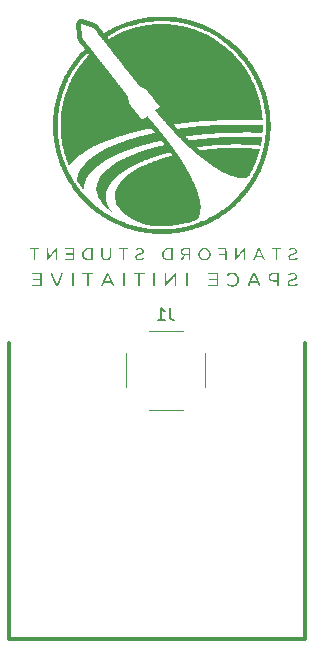
<source format=gbo>
G04 #@! TF.GenerationSoftware,KiCad,Pcbnew,(6.0.5)*
G04 #@! TF.CreationDate,2023-05-08T02:21:20-07:00*
G04 #@! TF.ProjectId,Z_Panels,5a5f5061-6e65-46c7-932e-6b696361645f,rev?*
G04 #@! TF.SameCoordinates,Original*
G04 #@! TF.FileFunction,Legend,Bot*
G04 #@! TF.FilePolarity,Positive*
%FSLAX46Y46*%
G04 Gerber Fmt 4.6, Leading zero omitted, Abs format (unit mm)*
G04 Created by KiCad (PCBNEW (6.0.5)) date 2023-05-08 02:21:20*
%MOMM*%
%LPD*%
G01*
G04 APERTURE LIST*
%ADD10C,0.300000*%
%ADD11C,0.150000*%
%ADD12C,0.120000*%
%ADD13C,3.000000*%
%ADD14C,3.800000*%
%ADD15C,2.600000*%
%ADD16R,1.700000X1.700000*%
%ADD17O,1.700000X1.700000*%
%ADD18C,2.050000*%
%ADD19C,2.250000*%
G04 APERTURE END LIST*
D10*
X170180000Y-105010000D02*
X170180000Y-80010000D01*
X195180000Y-105010000D02*
X170180000Y-105010000D01*
X195180000Y-105010000D02*
X195180000Y-80010000D01*
D11*
X183764776Y-76993345D02*
X183764776Y-77707631D01*
X183812395Y-77850488D01*
X183907633Y-77945726D01*
X184050490Y-77993345D01*
X184145728Y-77993345D01*
X182764776Y-77993345D02*
X183336204Y-77993345D01*
X183050490Y-77993345D02*
X183050490Y-76993345D01*
X183145728Y-77136203D01*
X183240966Y-77231441D01*
X183336204Y-77279060D01*
G36*
X188577016Y-72451295D02*
G01*
X188580281Y-72960670D01*
X188455000Y-72960670D01*
X188455000Y-72510670D01*
X187905000Y-72510670D01*
X187905000Y-72410670D01*
X188455000Y-72410670D01*
X188455000Y-72048606D01*
X187836250Y-72041920D01*
X187836250Y-71941920D01*
X188573750Y-71941920D01*
X188577016Y-72451295D01*
G37*
G36*
X194278347Y-74028635D02*
G01*
X194344248Y-74042392D01*
X194402384Y-74067218D01*
X194459068Y-74104698D01*
X194484783Y-74126385D01*
X194531811Y-74184916D01*
X194558847Y-74254993D01*
X194567500Y-74340114D01*
X194567371Y-74352033D01*
X194560074Y-74420591D01*
X194540116Y-74478670D01*
X194505440Y-74528033D01*
X194453989Y-74570440D01*
X194383709Y-74607655D01*
X194292541Y-74641441D01*
X194178430Y-74673558D01*
X194098323Y-74695057D01*
X194023927Y-74719508D01*
X193969250Y-74744898D01*
X193931530Y-74773408D01*
X193908006Y-74807222D01*
X193895917Y-74848520D01*
X193892500Y-74899484D01*
X193892968Y-74924421D01*
X193898062Y-74956073D01*
X193912776Y-74981456D01*
X193941982Y-75011611D01*
X193974323Y-75036973D01*
X194042946Y-75068068D01*
X194122729Y-75081956D01*
X194209525Y-75078949D01*
X194299185Y-75059362D01*
X194387561Y-75023507D01*
X194470506Y-74971698D01*
X194536250Y-74921934D01*
X194577889Y-74969427D01*
X194619527Y-75016920D01*
X194575346Y-75055241D01*
X194516877Y-75098624D01*
X194430425Y-75145735D01*
X194341193Y-75178388D01*
X194338554Y-75179084D01*
X194273722Y-75190555D01*
X194196342Y-75196246D01*
X194115632Y-75196151D01*
X194040806Y-75190265D01*
X193981082Y-75178583D01*
X193934569Y-75159330D01*
X193871092Y-75117083D01*
X193816335Y-75063128D01*
X193778388Y-75004420D01*
X193773042Y-74991030D01*
X193760151Y-74934809D01*
X193755548Y-74870004D01*
X193759497Y-74807240D01*
X193772260Y-74757143D01*
X193802706Y-74706888D01*
X193854868Y-74657655D01*
X193927790Y-74614220D01*
X194022805Y-74575804D01*
X194141247Y-74541630D01*
X194182866Y-74530980D01*
X194268958Y-74505403D01*
X194333704Y-74479292D01*
X194379642Y-74450811D01*
X194409312Y-74418125D01*
X194425251Y-74379395D01*
X194430000Y-74332787D01*
X194421382Y-74268243D01*
X194393069Y-74213530D01*
X194345295Y-74174243D01*
X194278344Y-74150610D01*
X194192500Y-74142858D01*
X194103703Y-74149558D01*
X194007030Y-74175835D01*
X193917500Y-74223467D01*
X193861250Y-74261188D01*
X193821315Y-74214276D01*
X193805465Y-74195240D01*
X193791427Y-74174080D01*
X193790986Y-74159604D01*
X193802118Y-74144449D01*
X193805510Y-74141174D01*
X193830947Y-74123189D01*
X193870417Y-74100175D01*
X193916926Y-74076287D01*
X193959671Y-74056568D01*
X193997505Y-74042479D01*
X194035242Y-74033863D01*
X194081248Y-74028848D01*
X194143888Y-74025566D01*
X194198368Y-74024360D01*
X194278347Y-74028635D01*
G37*
G36*
X187880000Y-75185670D02*
G01*
X187030000Y-75185670D01*
X187030000Y-75073170D01*
X187742500Y-75073170D01*
X187742500Y-74660670D01*
X187117500Y-74660670D01*
X187117500Y-74548170D01*
X187742500Y-74548170D01*
X187742500Y-74148170D01*
X187042500Y-74148170D01*
X187042500Y-74035670D01*
X187880000Y-74035670D01*
X187880000Y-75185670D01*
G37*
G36*
X191375700Y-74928186D02*
G01*
X191413117Y-75010269D01*
X191444202Y-75078385D01*
X191467953Y-75130337D01*
X191483369Y-75163926D01*
X191489445Y-75176952D01*
X191484302Y-75181009D01*
X191460369Y-75183665D01*
X191422897Y-75183202D01*
X191351004Y-75179420D01*
X191221380Y-74891920D01*
X190589173Y-74891920D01*
X190525212Y-75038566D01*
X190461250Y-75185213D01*
X190389375Y-75185441D01*
X190358188Y-75185011D01*
X190328835Y-75183175D01*
X190317500Y-75180356D01*
X190317792Y-75179465D01*
X190325141Y-75162303D01*
X190341656Y-75125086D01*
X190366357Y-75069984D01*
X190398264Y-74999171D01*
X190436397Y-74914817D01*
X190479776Y-74819094D01*
X190512239Y-74747608D01*
X190659582Y-74747608D01*
X190665960Y-74752751D01*
X190681957Y-74756339D01*
X190710650Y-74758649D01*
X190755115Y-74759956D01*
X190818427Y-74760537D01*
X190903663Y-74760670D01*
X190920260Y-74760649D01*
X190994814Y-74760035D01*
X191059298Y-74758664D01*
X191109978Y-74756676D01*
X191143123Y-74754207D01*
X191155000Y-74751395D01*
X191151271Y-74740085D01*
X191138771Y-74709530D01*
X191119132Y-74663837D01*
X191094076Y-74606810D01*
X191065322Y-74542249D01*
X191034591Y-74473958D01*
X191003602Y-74405738D01*
X190974076Y-74341392D01*
X190947732Y-74284722D01*
X190926292Y-74239531D01*
X190911474Y-74209620D01*
X190905000Y-74198792D01*
X190904546Y-74199200D01*
X190896622Y-74213909D01*
X190880655Y-74246939D01*
X190858374Y-74294475D01*
X190831509Y-74352697D01*
X190801789Y-74417788D01*
X190770943Y-74485931D01*
X190740702Y-74553307D01*
X190712794Y-74616099D01*
X190688950Y-74670489D01*
X190670898Y-74712661D01*
X190660368Y-74738795D01*
X190659748Y-74740633D01*
X190659582Y-74747608D01*
X190512239Y-74747608D01*
X190527421Y-74714175D01*
X190578353Y-74602231D01*
X190839205Y-74029420D01*
X190963537Y-74022000D01*
X191223819Y-74594460D01*
X191235491Y-74620131D01*
X191285885Y-74730919D01*
X191295205Y-74751395D01*
X191332956Y-74834337D01*
X191375700Y-74928186D01*
G37*
G36*
X172942500Y-75185670D02*
G01*
X172092500Y-75185670D01*
X172092500Y-75073170D01*
X172805000Y-75073170D01*
X172805000Y-74660670D01*
X172180000Y-74660670D01*
X172180000Y-74548170D01*
X172805000Y-74548170D01*
X172805000Y-74148170D01*
X172105000Y-74148170D01*
X172105000Y-74035670D01*
X172942500Y-74035670D01*
X172942500Y-75185670D01*
G37*
G36*
X184017781Y-72960670D02*
G01*
X183787504Y-72960670D01*
X183719947Y-72960439D01*
X183647854Y-72959223D01*
X183592623Y-72956641D01*
X183549600Y-72952336D01*
X183514131Y-72945948D01*
X183481562Y-72937120D01*
X183385267Y-72898191D01*
X183291280Y-72836955D01*
X183214992Y-72758341D01*
X183157006Y-72662859D01*
X183155152Y-72658885D01*
X183141034Y-72625754D01*
X183131890Y-72594910D01*
X183126665Y-72559533D01*
X183124303Y-72512805D01*
X183124269Y-72508784D01*
X183243318Y-72508784D01*
X183246812Y-72545373D01*
X183255466Y-72577404D01*
X183270449Y-72613219D01*
X183315996Y-72692854D01*
X183376507Y-72758163D01*
X183452730Y-72807043D01*
X183455796Y-72808545D01*
X183484867Y-72821863D01*
X183511929Y-72831260D01*
X183542385Y-72837564D01*
X183581635Y-72841601D01*
X183635081Y-72844201D01*
X183708125Y-72846191D01*
X183892500Y-72850462D01*
X183892500Y-72045389D01*
X183714375Y-72050306D01*
X183664103Y-72051855D01*
X183604446Y-72054686D01*
X183560477Y-72058827D01*
X183526567Y-72065124D01*
X183497090Y-72074423D01*
X183466419Y-72087569D01*
X183402709Y-72124251D01*
X183330917Y-72187758D01*
X183277771Y-72264126D01*
X183273288Y-72273233D01*
X183259105Y-72313124D01*
X183250147Y-72363435D01*
X183244996Y-72431399D01*
X183243817Y-72459298D01*
X183243318Y-72508784D01*
X183124269Y-72508784D01*
X183123750Y-72447907D01*
X183123831Y-72411966D01*
X183124921Y-72358984D01*
X183128298Y-72320343D01*
X183135223Y-72289056D01*
X183146956Y-72258136D01*
X183164758Y-72220596D01*
X183181846Y-72188966D01*
X183246462Y-72103242D01*
X183328790Y-72033360D01*
X183426248Y-71981211D01*
X183536250Y-71948687D01*
X183541953Y-71947685D01*
X183588335Y-71942665D01*
X183652670Y-71939246D01*
X183728971Y-71937657D01*
X183811250Y-71938129D01*
X184011250Y-71941920D01*
X184011913Y-72045389D01*
X184014516Y-72451295D01*
X184017781Y-72960670D01*
G37*
G36*
X175301148Y-71938607D02*
G01*
X175673750Y-71941920D01*
X175677016Y-72451295D01*
X175680281Y-72960670D01*
X174930000Y-72960670D01*
X174930000Y-72860670D01*
X175555000Y-72860670D01*
X175555000Y-72498170D01*
X174992500Y-72498170D01*
X174992500Y-72398170D01*
X175555000Y-72398170D01*
X175555000Y-72048606D01*
X174936250Y-72041920D01*
X174932398Y-71988607D01*
X174928545Y-71935295D01*
X175301148Y-71938607D01*
G37*
G36*
X185505281Y-72960670D02*
G01*
X185380000Y-72960670D01*
X185380000Y-72560670D01*
X185098028Y-72560670D01*
X184948750Y-72760670D01*
X184799473Y-72960670D01*
X184727237Y-72960670D01*
X184695716Y-72960253D01*
X184666339Y-72958754D01*
X184655000Y-72956538D01*
X184655220Y-72956022D01*
X184664714Y-72942119D01*
X184686600Y-72911855D01*
X184718614Y-72868309D01*
X184758495Y-72814563D01*
X184803981Y-72753695D01*
X184812058Y-72742901D01*
X184856431Y-72682781D01*
X184894397Y-72629986D01*
X184923771Y-72587654D01*
X184942365Y-72558926D01*
X184947991Y-72546941D01*
X184934997Y-72539512D01*
X184907945Y-72531883D01*
X184903105Y-72530804D01*
X184853259Y-72510117D01*
X184800704Y-72474836D01*
X184753907Y-72431546D01*
X184721338Y-72386828D01*
X184716594Y-72377054D01*
X184697726Y-72313745D01*
X184691916Y-72248170D01*
X184811667Y-72248170D01*
X184812599Y-72271710D01*
X184828001Y-72335060D01*
X184863747Y-72385541D01*
X184921678Y-72426130D01*
X184943790Y-72436496D01*
X184968149Y-72444215D01*
X184999013Y-72449678D01*
X185041007Y-72453471D01*
X185098753Y-72456177D01*
X185176875Y-72458382D01*
X185380000Y-72463239D01*
X185380000Y-72046062D01*
X185170625Y-72050269D01*
X185120224Y-72051420D01*
X185051318Y-72053840D01*
X185000572Y-72057231D01*
X184963669Y-72062055D01*
X184936294Y-72068778D01*
X184914129Y-72077864D01*
X184898606Y-72086206D01*
X184849330Y-72126754D01*
X184820839Y-72179930D01*
X184811667Y-72248170D01*
X184691916Y-72248170D01*
X184691354Y-72241826D01*
X184697645Y-72171286D01*
X184716764Y-72112113D01*
X184752617Y-72059484D01*
X184813496Y-72005029D01*
X184888061Y-71965330D01*
X184907392Y-71958617D01*
X184932619Y-71952406D01*
X184963757Y-71947921D01*
X185004621Y-71944896D01*
X185059030Y-71943065D01*
X185130800Y-71942161D01*
X185223750Y-71941920D01*
X185498750Y-71941920D01*
X185499418Y-72046062D01*
X185502016Y-72451295D01*
X185505281Y-72960670D01*
G37*
G36*
X173498750Y-71941920D02*
G01*
X173511250Y-72737468D01*
X173823750Y-72336679D01*
X174136250Y-71935891D01*
X174192500Y-71938905D01*
X174248750Y-71941920D01*
X174252016Y-72451295D01*
X174255281Y-72960670D01*
X174130338Y-72960670D01*
X174127044Y-72549858D01*
X174123750Y-72139047D01*
X173801011Y-72549858D01*
X173478271Y-72960670D01*
X173380000Y-72960670D01*
X173380000Y-71934300D01*
X173498750Y-71941920D01*
G37*
G36*
X182505000Y-75185670D02*
G01*
X182367500Y-75185670D01*
X182367500Y-74035670D01*
X182505000Y-74035670D01*
X182505000Y-75185670D01*
G37*
G36*
X187226636Y-72504711D02*
G01*
X187205954Y-72615253D01*
X187164258Y-72715919D01*
X187103681Y-72804132D01*
X187026357Y-72877315D01*
X186934419Y-72932893D01*
X186830000Y-72968288D01*
X186800563Y-72974442D01*
X186738519Y-72983066D01*
X186681597Y-72982514D01*
X186616996Y-72973074D01*
X186612717Y-72972245D01*
X186503599Y-72938520D01*
X186406845Y-72883899D01*
X186324559Y-72810250D01*
X186258844Y-72719440D01*
X186211802Y-72613336D01*
X186198332Y-72549424D01*
X186193298Y-72469154D01*
X186193636Y-72461212D01*
X186317506Y-72461212D01*
X186324211Y-72542212D01*
X186341867Y-72612508D01*
X186352002Y-72636786D01*
X186399113Y-72714644D01*
X186461550Y-72780745D01*
X186533570Y-72828615D01*
X186582756Y-72848840D01*
X186675727Y-72868079D01*
X186768022Y-72864478D01*
X186856333Y-72839184D01*
X186937347Y-72793345D01*
X187007753Y-72728110D01*
X187064242Y-72644627D01*
X187076207Y-72620688D01*
X187087997Y-72590212D01*
X187094753Y-72557367D01*
X187097839Y-72514616D01*
X187098616Y-72454420D01*
X187098475Y-72421643D01*
X187096578Y-72369339D01*
X187091419Y-72330185D01*
X187081670Y-72296247D01*
X187066003Y-72259588D01*
X187023142Y-72187579D01*
X186956308Y-72116969D01*
X186875028Y-72065610D01*
X186868147Y-72062533D01*
X186791983Y-72040751D01*
X186706564Y-72034078D01*
X186621553Y-72042501D01*
X186546614Y-72066008D01*
X186539141Y-72069612D01*
X186465839Y-72118010D01*
X186401208Y-72183338D01*
X186352651Y-72258259D01*
X186335845Y-72303219D01*
X186321475Y-72378538D01*
X186317506Y-72461212D01*
X186193636Y-72461212D01*
X186196942Y-72383493D01*
X186208867Y-72301469D01*
X186228672Y-72232112D01*
X186266526Y-72160340D01*
X186325828Y-72085583D01*
X186398262Y-72020097D01*
X186477754Y-71970266D01*
X186504332Y-71957433D01*
X186535720Y-71944231D01*
X186565404Y-71935997D01*
X186600059Y-71931563D01*
X186646362Y-71929761D01*
X186710988Y-71929420D01*
X186749384Y-71929511D01*
X186803287Y-71930564D01*
X186841983Y-71933644D01*
X186871790Y-71939789D01*
X186899023Y-71950037D01*
X186930000Y-71965428D01*
X186987776Y-71999173D01*
X187079115Y-72072061D01*
X187148945Y-72157664D01*
X187197103Y-72255700D01*
X187223431Y-72365887D01*
X187226576Y-72454420D01*
X187227767Y-72487944D01*
X187226636Y-72504711D01*
G37*
G36*
X181240003Y-71929487D02*
G01*
X181316417Y-71932773D01*
X181375353Y-71942629D01*
X181422911Y-71961299D01*
X181465195Y-71991027D01*
X181508306Y-72034056D01*
X181516459Y-72043403D01*
X181557907Y-72109011D01*
X181575332Y-72179979D01*
X181569476Y-72259034D01*
X181566030Y-72274318D01*
X181546716Y-72329035D01*
X181516548Y-72374464D01*
X181472700Y-72412650D01*
X181412347Y-72445640D01*
X181332663Y-72475478D01*
X181230822Y-72504211D01*
X181227335Y-72505098D01*
X181137077Y-72530643D01*
X181069069Y-72556422D01*
X181020711Y-72584374D01*
X180989404Y-72616441D01*
X180972550Y-72654561D01*
X180967547Y-72700674D01*
X180975098Y-72749497D01*
X181003613Y-72798783D01*
X181051618Y-72835496D01*
X181117276Y-72858321D01*
X181198750Y-72865947D01*
X181215351Y-72865740D01*
X181280338Y-72861222D01*
X181337532Y-72849014D01*
X181393366Y-72826682D01*
X181454269Y-72791795D01*
X181526673Y-72741920D01*
X181535857Y-72738276D01*
X181554883Y-72745609D01*
X181582247Y-72771959D01*
X181620569Y-72814498D01*
X181590910Y-72837957D01*
X181532817Y-72878327D01*
X181458142Y-72919976D01*
X181386414Y-72950685D01*
X181372187Y-72955134D01*
X181299868Y-72968155D01*
X181205000Y-72972639D01*
X181202003Y-72972645D01*
X181140775Y-72971557D01*
X181096051Y-72967240D01*
X181059740Y-72958403D01*
X181023750Y-72943759D01*
X180972851Y-72914424D01*
X180913706Y-72860995D01*
X180871837Y-72797665D01*
X180848398Y-72728355D01*
X180844542Y-72656984D01*
X180861421Y-72587472D01*
X180900190Y-72523739D01*
X180908757Y-72514535D01*
X180955487Y-72479447D01*
X181021890Y-72445187D01*
X181103798Y-72413677D01*
X181197042Y-72386839D01*
X181221616Y-72380612D01*
X181310341Y-72353054D01*
X181376283Y-72322449D01*
X181421195Y-72287523D01*
X181446833Y-72247001D01*
X181454954Y-72199609D01*
X181449074Y-72152621D01*
X181423191Y-72101888D01*
X181377058Y-72065292D01*
X181311080Y-72043123D01*
X181225659Y-72035670D01*
X181204036Y-72035809D01*
X181160248Y-72038226D01*
X181123953Y-72045623D01*
X181085454Y-72060536D01*
X181035052Y-72085499D01*
X181016331Y-72095174D01*
X180974101Y-72115720D01*
X180946291Y-72123982D01*
X180927034Y-72119244D01*
X180910462Y-72100791D01*
X180890707Y-72067909D01*
X180889972Y-72066610D01*
X180884945Y-72050641D01*
X180890921Y-72035475D01*
X180910913Y-72018495D01*
X180947935Y-71997085D01*
X181005000Y-71968625D01*
X181014899Y-71963880D01*
X181050780Y-71947962D01*
X181082256Y-71937874D01*
X181116677Y-71932299D01*
X181161392Y-71929920D01*
X181223750Y-71929420D01*
X181240003Y-71929487D01*
G37*
G36*
X185280000Y-75185670D02*
G01*
X185142500Y-75185670D01*
X185142500Y-74035670D01*
X185280000Y-74035670D01*
X185280000Y-75185670D01*
G37*
G36*
X191735032Y-72705732D02*
G01*
X191770961Y-72786384D01*
X191800721Y-72853688D01*
X191823266Y-72905290D01*
X191837555Y-72938838D01*
X191842544Y-72951979D01*
X191839200Y-72955087D01*
X191817894Y-72958550D01*
X191783433Y-72958229D01*
X191724365Y-72954420D01*
X191667808Y-72826479D01*
X191611250Y-72698539D01*
X191330952Y-72701479D01*
X191050654Y-72704420D01*
X190993509Y-72832545D01*
X190936363Y-72960670D01*
X190805632Y-72960670D01*
X190846887Y-72870045D01*
X190859782Y-72841669D01*
X190882575Y-72791440D01*
X190912856Y-72724662D01*
X190949141Y-72644609D01*
X190980674Y-72575019D01*
X191107084Y-72575019D01*
X191116760Y-72578280D01*
X191147679Y-72581238D01*
X191196079Y-72583578D01*
X191258130Y-72585116D01*
X191330000Y-72585670D01*
X191393810Y-72585258D01*
X191459625Y-72583764D01*
X191510264Y-72581335D01*
X191542452Y-72578137D01*
X191552917Y-72574337D01*
X191547015Y-72559514D01*
X191531693Y-72523631D01*
X191510075Y-72474501D01*
X191483990Y-72416134D01*
X191455269Y-72352538D01*
X191425739Y-72287725D01*
X191397230Y-72225703D01*
X191371572Y-72170481D01*
X191350594Y-72126070D01*
X191336125Y-72096479D01*
X191329994Y-72085718D01*
X191328312Y-72088109D01*
X191318110Y-72108109D01*
X191300416Y-72145116D01*
X191277046Y-72195145D01*
X191249815Y-72254207D01*
X191220541Y-72318316D01*
X191191039Y-72383485D01*
X191163126Y-72445726D01*
X191138618Y-72501054D01*
X191119332Y-72545480D01*
X191107084Y-72575019D01*
X190980674Y-72575019D01*
X190989947Y-72554555D01*
X191033790Y-72457776D01*
X191079184Y-72357545D01*
X191270226Y-71935670D01*
X191387326Y-71935670D01*
X191614957Y-72438795D01*
X191648838Y-72513794D01*
X191676087Y-72574337D01*
X191693977Y-72614084D01*
X191735032Y-72705732D01*
G37*
G36*
X177286250Y-74154420D02*
G01*
X177095625Y-74157870D01*
X176905000Y-74161321D01*
X176905000Y-75185670D01*
X176767500Y-75185670D01*
X176767500Y-74160670D01*
X176380000Y-74160670D01*
X176380000Y-74035670D01*
X177293870Y-74035670D01*
X177286250Y-74154420D01*
G37*
G36*
X172730000Y-72048170D02*
G01*
X172392500Y-72048170D01*
X172392500Y-72960670D01*
X172267500Y-72960670D01*
X172267500Y-72048170D01*
X171930000Y-72048170D01*
X171930000Y-71935670D01*
X172730000Y-71935670D01*
X172730000Y-72048170D01*
G37*
G36*
X180255000Y-72048170D02*
G01*
X179917500Y-72048170D01*
X179917500Y-72960670D01*
X179792500Y-72960670D01*
X179792500Y-72048170D01*
X179455000Y-72048170D01*
X179455000Y-71935670D01*
X180255000Y-71935670D01*
X180255000Y-72048170D01*
G37*
G36*
X189423750Y-71941920D02*
G01*
X189436250Y-72737468D01*
X189748750Y-72336679D01*
X190061250Y-71935891D01*
X190117500Y-71938905D01*
X190173750Y-71941920D01*
X190177016Y-72451295D01*
X190180281Y-72960670D01*
X190055338Y-72960670D01*
X190052044Y-72549858D01*
X190048750Y-72139047D01*
X189726011Y-72549858D01*
X189403271Y-72960670D01*
X189305000Y-72960670D01*
X189305000Y-71934300D01*
X189423750Y-71941920D01*
G37*
G36*
X194215003Y-71929487D02*
G01*
X194291417Y-71932773D01*
X194350353Y-71942629D01*
X194397911Y-71961299D01*
X194440195Y-71991027D01*
X194483306Y-72034056D01*
X194491459Y-72043403D01*
X194532907Y-72109011D01*
X194550332Y-72179979D01*
X194544476Y-72259034D01*
X194541030Y-72274318D01*
X194521716Y-72329035D01*
X194491548Y-72374464D01*
X194447700Y-72412650D01*
X194387347Y-72445640D01*
X194307663Y-72475478D01*
X194205822Y-72504211D01*
X194202335Y-72505098D01*
X194112077Y-72530643D01*
X194044069Y-72556422D01*
X193995711Y-72584374D01*
X193964404Y-72616441D01*
X193947550Y-72654561D01*
X193942547Y-72700674D01*
X193950098Y-72749497D01*
X193978613Y-72798783D01*
X194026618Y-72835496D01*
X194092276Y-72858321D01*
X194173750Y-72865947D01*
X194190351Y-72865740D01*
X194255338Y-72861222D01*
X194312532Y-72849014D01*
X194368366Y-72826682D01*
X194429269Y-72791795D01*
X194501673Y-72741920D01*
X194510857Y-72738276D01*
X194529883Y-72745609D01*
X194557247Y-72771959D01*
X194595569Y-72814498D01*
X194565910Y-72837957D01*
X194507817Y-72878327D01*
X194433142Y-72919976D01*
X194361414Y-72950685D01*
X194347187Y-72955134D01*
X194274868Y-72968155D01*
X194180000Y-72972639D01*
X194177003Y-72972645D01*
X194115775Y-72971557D01*
X194071051Y-72967240D01*
X194034740Y-72958403D01*
X193998750Y-72943759D01*
X193947851Y-72914424D01*
X193888706Y-72860995D01*
X193846837Y-72797665D01*
X193823398Y-72728355D01*
X193819542Y-72656984D01*
X193836421Y-72587472D01*
X193875190Y-72523739D01*
X193883757Y-72514535D01*
X193930487Y-72479447D01*
X193996890Y-72445187D01*
X194078798Y-72413677D01*
X194172042Y-72386839D01*
X194196616Y-72380612D01*
X194285341Y-72353054D01*
X194351283Y-72322449D01*
X194396195Y-72287523D01*
X194421833Y-72247001D01*
X194429954Y-72199609D01*
X194424074Y-72152621D01*
X194398191Y-72101888D01*
X194352058Y-72065292D01*
X194286080Y-72043123D01*
X194200659Y-72035670D01*
X194179036Y-72035809D01*
X194135248Y-72038226D01*
X194098953Y-72045623D01*
X194060454Y-72060536D01*
X194010052Y-72085499D01*
X193991331Y-72095174D01*
X193949101Y-72115720D01*
X193921291Y-72123982D01*
X193902034Y-72119244D01*
X193885462Y-72100791D01*
X193865707Y-72067909D01*
X193864972Y-72066610D01*
X193859945Y-72050641D01*
X193865921Y-72035475D01*
X193885913Y-72018495D01*
X193922935Y-71997085D01*
X193980000Y-71968625D01*
X193989899Y-71963880D01*
X194025780Y-71947962D01*
X194057256Y-71937874D01*
X194091677Y-71932299D01*
X194136392Y-71929920D01*
X194198750Y-71929420D01*
X194215003Y-71929487D01*
G37*
G36*
X179967500Y-75185670D02*
G01*
X179830000Y-75185670D01*
X179830000Y-74035670D01*
X179967500Y-74035670D01*
X179967500Y-75185670D01*
G37*
G36*
X175630000Y-75185670D02*
G01*
X175492500Y-75185670D01*
X175492500Y-74035670D01*
X175630000Y-74035670D01*
X175630000Y-75185670D01*
G37*
G36*
X178814589Y-72300575D02*
G01*
X178813069Y-72408503D01*
X178811388Y-72494884D01*
X178809346Y-72562528D01*
X178806738Y-72614569D01*
X178803358Y-72654143D01*
X178799001Y-72684386D01*
X178793463Y-72708433D01*
X178786538Y-72729420D01*
X178772906Y-72759025D01*
X178732141Y-72819125D01*
X178678712Y-72875761D01*
X178619466Y-72922179D01*
X178561250Y-72951625D01*
X178555804Y-72953404D01*
X178508276Y-72964306D01*
X178449500Y-72969563D01*
X178372790Y-72969822D01*
X178329911Y-72968526D01*
X178281084Y-72965117D01*
X178244012Y-72958519D01*
X178210744Y-72947115D01*
X178173327Y-72929290D01*
X178165391Y-72925115D01*
X178093184Y-72873730D01*
X178036623Y-72805160D01*
X177993550Y-72716854D01*
X177989715Y-72706315D01*
X177982866Y-72684501D01*
X177977583Y-72660668D01*
X177973665Y-72631536D01*
X177970910Y-72593819D01*
X177969117Y-72544235D01*
X177968085Y-72479501D01*
X177967613Y-72396334D01*
X177967500Y-72291451D01*
X177967500Y-71935670D01*
X178078261Y-71935670D01*
X178082256Y-72289725D01*
X178086250Y-72643781D01*
X178123846Y-72717247D01*
X178134313Y-72737017D01*
X178159130Y-72774929D01*
X178188121Y-72801802D01*
X178230096Y-72826712D01*
X178250017Y-72836892D01*
X178282228Y-72850609D01*
X178313362Y-72857754D01*
X178352087Y-72859886D01*
X178407072Y-72858566D01*
X178429780Y-72857602D01*
X178477904Y-72853998D01*
X178511849Y-72847360D01*
X178539536Y-72835644D01*
X178568889Y-72816805D01*
X178569087Y-72816666D01*
X178616582Y-72772419D01*
X178654317Y-72717192D01*
X178655581Y-72714735D01*
X178664621Y-72696369D01*
X178671750Y-72678457D01*
X178677257Y-72657818D01*
X178681433Y-72631271D01*
X178684568Y-72595633D01*
X178686952Y-72547724D01*
X178688875Y-72484363D01*
X178690628Y-72402367D01*
X178692500Y-72298557D01*
X178698750Y-71941920D01*
X178819204Y-71934230D01*
X178814589Y-72300575D01*
G37*
G36*
X184317500Y-75185670D02*
G01*
X184192500Y-75185670D01*
X184192500Y-74721639D01*
X184192447Y-74637395D01*
X184192131Y-74531039D01*
X184191463Y-74446190D01*
X184190364Y-74380755D01*
X184188757Y-74332642D01*
X184186563Y-74299760D01*
X184183704Y-74280015D01*
X184180101Y-74271316D01*
X184175677Y-74271570D01*
X184167492Y-74280677D01*
X184144837Y-74307961D01*
X184109709Y-74351181D01*
X184063731Y-74408311D01*
X184008528Y-74477327D01*
X183945723Y-74556203D01*
X183876940Y-74642913D01*
X183803802Y-74735432D01*
X183448750Y-75185331D01*
X183395625Y-75185500D01*
X183342500Y-75185670D01*
X183342500Y-74035670D01*
X183467192Y-74035670D01*
X183473750Y-74944546D01*
X183830261Y-74493233D01*
X184186771Y-74041920D01*
X184252136Y-74038141D01*
X184317500Y-74034363D01*
X184317500Y-75185670D01*
G37*
G36*
X173998241Y-74513795D02*
G01*
X174018104Y-74561626D01*
X174059807Y-74661702D01*
X174098253Y-74753496D01*
X174132395Y-74834537D01*
X174161186Y-74902354D01*
X174183580Y-74954474D01*
X174198529Y-74988428D01*
X174204986Y-75001745D01*
X174206985Y-75000100D01*
X174217589Y-74980654D01*
X174236081Y-74941536D01*
X174261431Y-74885095D01*
X174292607Y-74813674D01*
X174328582Y-74729620D01*
X174368324Y-74635278D01*
X174410803Y-74532995D01*
X174430565Y-74485145D01*
X174472106Y-74384959D01*
X174510434Y-74293054D01*
X174544503Y-74211906D01*
X174573269Y-74143988D01*
X174595684Y-74091775D01*
X174610703Y-74057743D01*
X174617281Y-74044366D01*
X174626995Y-74040618D01*
X174656225Y-74037694D01*
X174696133Y-74038116D01*
X174765908Y-74041920D01*
X174535815Y-74579420D01*
X174494186Y-74676606D01*
X174448963Y-74782047D01*
X174407138Y-74879419D01*
X174369784Y-74966236D01*
X174337971Y-75040012D01*
X174312770Y-75098260D01*
X174295252Y-75138493D01*
X174286489Y-75158224D01*
X174278945Y-75173583D01*
X174265359Y-75190795D01*
X174244839Y-75196741D01*
X174208423Y-75195724D01*
X174149590Y-75191920D01*
X173902698Y-74616920D01*
X173892019Y-74592048D01*
X173844279Y-74480803D01*
X173799856Y-74377206D01*
X173759686Y-74283445D01*
X173724705Y-74201709D01*
X173695850Y-74134188D01*
X173674058Y-74083069D01*
X173660263Y-74050542D01*
X173655403Y-74038795D01*
X173662609Y-74037424D01*
X173688740Y-74036158D01*
X173727457Y-74035670D01*
X173799913Y-74035670D01*
X173998241Y-74513795D01*
G37*
G36*
X193217500Y-72048170D02*
G01*
X192880000Y-72048170D01*
X192880000Y-72960670D01*
X192755000Y-72960670D01*
X192755000Y-72048170D01*
X192417500Y-72048170D01*
X192417500Y-71935670D01*
X193217500Y-71935670D01*
X193217500Y-72048170D01*
G37*
G36*
X192303598Y-61821665D02*
G01*
X192302906Y-61906165D01*
X192301407Y-61978607D01*
X192299039Y-62042141D01*
X192295738Y-62099919D01*
X192291441Y-62155092D01*
X192286086Y-62210812D01*
X192281728Y-62253332D01*
X192274424Y-62326447D01*
X192268058Y-62392442D01*
X192263196Y-62445404D01*
X192260403Y-62479420D01*
X192259533Y-62490765D01*
X192253521Y-62550313D01*
X192244176Y-62627122D01*
X192232362Y-62715295D01*
X192218943Y-62808938D01*
X192204782Y-62902154D01*
X192190743Y-62989048D01*
X192177691Y-63063726D01*
X192166490Y-63120291D01*
X192164653Y-63128873D01*
X192155747Y-63175451D01*
X192149296Y-63216527D01*
X192148144Y-63224617D01*
X192139868Y-63268159D01*
X192128951Y-63313156D01*
X192125504Y-63325968D01*
X192116134Y-63364395D01*
X192110768Y-63391920D01*
X192107021Y-63414970D01*
X192098194Y-63461613D01*
X192086084Y-63521627D01*
X192072010Y-63588829D01*
X192057291Y-63657033D01*
X192043247Y-63720055D01*
X192031197Y-63771712D01*
X192022461Y-63805820D01*
X192015924Y-63829246D01*
X192005492Y-63868867D01*
X191999207Y-63895801D01*
X191996010Y-63909964D01*
X191986657Y-63945866D01*
X191974692Y-63988151D01*
X191969065Y-64007349D01*
X191954377Y-64057748D01*
X191936842Y-64118173D01*
X191919133Y-64179420D01*
X191909114Y-64213416D01*
X191891455Y-64270395D01*
X191875377Y-64318970D01*
X191863421Y-64351295D01*
X191858857Y-64362505D01*
X191849794Y-64387993D01*
X191848394Y-64398170D01*
X191848429Y-64398174D01*
X191846153Y-64409580D01*
X191836845Y-64439850D01*
X191821973Y-64484438D01*
X191803004Y-64538795D01*
X191784424Y-64591500D01*
X191765060Y-64647431D01*
X191749670Y-64692963D01*
X191740500Y-64721533D01*
X191730079Y-64754417D01*
X191701796Y-64833312D01*
X191664248Y-64929040D01*
X191619019Y-65038118D01*
X191567695Y-65157061D01*
X191511863Y-65282384D01*
X191453107Y-65410603D01*
X191393014Y-65538232D01*
X191333168Y-65661789D01*
X191275156Y-65777787D01*
X191220562Y-65882742D01*
X191170973Y-65973170D01*
X191164254Y-65985005D01*
X191142715Y-66022946D01*
X191115137Y-66071531D01*
X191085826Y-66123170D01*
X191074931Y-66142251D01*
X191041448Y-66199824D01*
X191008574Y-66255045D01*
X190982086Y-66298170D01*
X190961101Y-66331560D01*
X190935105Y-66373349D01*
X190916074Y-66404420D01*
X190902144Y-66426608D01*
X190876162Y-66466681D01*
X190841954Y-66518717D01*
X190802267Y-66578610D01*
X190759845Y-66642253D01*
X190717434Y-66705540D01*
X190677780Y-66764365D01*
X190643626Y-66814621D01*
X190617719Y-66852202D01*
X190602804Y-66873002D01*
X190589427Y-66890728D01*
X190563264Y-66925805D01*
X190527778Y-66973602D01*
X190485835Y-67030260D01*
X190440298Y-67091920D01*
X190398910Y-67147570D01*
X190354523Y-67206244D01*
X190315438Y-67256880D01*
X190284790Y-67295420D01*
X190265715Y-67317804D01*
X190265254Y-67318293D01*
X190238862Y-67348122D01*
X190204810Y-67388996D01*
X190170345Y-67432219D01*
X190126999Y-67486682D01*
X190023330Y-67609333D01*
X189904199Y-67741906D01*
X189772863Y-67881232D01*
X189632579Y-68024141D01*
X189486605Y-68167466D01*
X189338198Y-68308038D01*
X189190615Y-68442688D01*
X189047115Y-68568247D01*
X188910954Y-68681547D01*
X188785389Y-68779420D01*
X188755681Y-68801713D01*
X188707040Y-68838372D01*
X188651480Y-68880369D01*
X188596131Y-68922317D01*
X188572854Y-68939978D01*
X188511404Y-68986441D01*
X188462929Y-69022678D01*
X188422227Y-69052462D01*
X188384094Y-69079562D01*
X188343328Y-69107752D01*
X188294725Y-69140802D01*
X188286456Y-69146405D01*
X188227830Y-69186268D01*
X188165629Y-69228753D01*
X188112005Y-69265561D01*
X188076942Y-69289094D01*
X188007753Y-69333528D01*
X187924610Y-69385204D01*
X187832351Y-69441225D01*
X187735814Y-69498692D01*
X187639835Y-69554707D01*
X187549254Y-69606372D01*
X187468908Y-69650790D01*
X187429976Y-69671576D01*
X187354374Y-69710899D01*
X187268968Y-69754329D01*
X187178327Y-69799625D01*
X187087016Y-69844547D01*
X186999600Y-69886857D01*
X186920648Y-69924315D01*
X186854724Y-69954681D01*
X186806395Y-69975716D01*
X186769688Y-69990815D01*
X186696713Y-70020872D01*
X186619197Y-70052839D01*
X186548750Y-70081929D01*
X186495425Y-70103757D01*
X186374879Y-70151360D01*
X186254465Y-70196228D01*
X186130094Y-70239722D01*
X185997676Y-70283201D01*
X185853122Y-70328026D01*
X185692344Y-70375559D01*
X185511250Y-70427160D01*
X185504942Y-70428927D01*
X185430178Y-70449295D01*
X185347230Y-70471029D01*
X185260714Y-70493003D01*
X185175249Y-70514095D01*
X185095453Y-70533179D01*
X185025942Y-70549132D01*
X184971336Y-70560830D01*
X184936250Y-70567147D01*
X184916922Y-70570804D01*
X184879090Y-70579440D01*
X184834446Y-70590618D01*
X184798096Y-70599034D01*
X184749895Y-70607422D01*
X184713388Y-70610670D01*
X184682613Y-70612678D01*
X184634819Y-70618854D01*
X184583943Y-70627747D01*
X184580131Y-70628504D01*
X184522974Y-70638897D01*
X184455852Y-70649823D01*
X184392500Y-70659038D01*
X184389767Y-70659404D01*
X184334443Y-70666841D01*
X184263709Y-70676396D01*
X184186374Y-70686877D01*
X184111250Y-70697090D01*
X184015069Y-70708784D01*
X183889797Y-70721187D01*
X183753264Y-70732307D01*
X183612734Y-70741615D01*
X183475474Y-70748582D01*
X183348750Y-70752677D01*
X183319888Y-70753197D01*
X183207213Y-70754059D01*
X183080728Y-70753541D01*
X182946900Y-70751774D01*
X182812196Y-70748888D01*
X182683083Y-70745016D01*
X182566029Y-70740287D01*
X182467500Y-70734833D01*
X182451235Y-70733723D01*
X182315116Y-70722382D01*
X182162065Y-70706569D01*
X181998679Y-70687152D01*
X181831557Y-70664999D01*
X181667296Y-70640980D01*
X181512494Y-70615964D01*
X181373750Y-70590818D01*
X181362282Y-70588600D01*
X181312961Y-70579193D01*
X181272506Y-70571677D01*
X181248750Y-70567510D01*
X181226011Y-70562908D01*
X181180851Y-70552652D01*
X181116229Y-70537403D01*
X181034586Y-70517744D01*
X180938363Y-70494259D01*
X180830000Y-70467529D01*
X180816688Y-70464219D01*
X180770365Y-70452483D01*
X180724013Y-70440297D01*
X180672841Y-70426340D01*
X180612059Y-70409290D01*
X180536876Y-70387825D01*
X180442500Y-70360623D01*
X180407837Y-70350439D01*
X180327784Y-70326011D01*
X180239105Y-70297985D01*
X180146451Y-70267917D01*
X180054470Y-70237358D01*
X179967810Y-70207863D01*
X179891121Y-70180986D01*
X179829052Y-70158280D01*
X179786250Y-70141299D01*
X179784876Y-70140710D01*
X179759759Y-70130137D01*
X179716217Y-70111977D01*
X179658495Y-70087994D01*
X179590841Y-70059952D01*
X179517500Y-70029617D01*
X179432909Y-69993666D01*
X179312981Y-69940178D01*
X179184071Y-69880369D01*
X179051540Y-69816855D01*
X178920747Y-69752252D01*
X178797051Y-69689176D01*
X178685812Y-69630242D01*
X178592389Y-69578068D01*
X178583743Y-69573060D01*
X178528621Y-69541146D01*
X178480283Y-69513186D01*
X178443676Y-69492040D01*
X178423750Y-69480569D01*
X178414725Y-69475261D01*
X178383602Y-69456143D01*
X178347526Y-69433267D01*
X178334846Y-69425206D01*
X178291706Y-69398885D01*
X178253776Y-69377099D01*
X178223837Y-69359604D01*
X178180877Y-69332778D01*
X178136250Y-69303588D01*
X178112445Y-69287581D01*
X178018801Y-69224175D01*
X177926502Y-69161040D01*
X177839447Y-69100882D01*
X177761537Y-69046407D01*
X177696671Y-69000321D01*
X177648750Y-68965330D01*
X177625445Y-68947878D01*
X177512555Y-68862759D01*
X177417171Y-68789716D01*
X177336813Y-68726812D01*
X177269000Y-68672109D01*
X177211250Y-68623670D01*
X177188153Y-68603859D01*
X177134287Y-68557732D01*
X177082080Y-68513108D01*
X177040180Y-68477384D01*
X177013951Y-68454865D01*
X176896308Y-68349704D01*
X176768514Y-68229604D01*
X176634523Y-68098616D01*
X176498289Y-67960790D01*
X176363768Y-67820177D01*
X176234913Y-67680827D01*
X176115680Y-67546793D01*
X176010022Y-67422124D01*
X175914548Y-67303945D01*
X175762680Y-67108002D01*
X175615225Y-66908410D01*
X175479567Y-66715010D01*
X175374618Y-66558612D01*
X175276347Y-66406810D01*
X175185212Y-66259520D01*
X175097949Y-66111189D01*
X175011295Y-65956263D01*
X174921985Y-65789191D01*
X174826755Y-65604420D01*
X174813861Y-65578815D01*
X174785684Y-65521563D01*
X174760505Y-65468817D01*
X174742580Y-65429420D01*
X174742435Y-65429086D01*
X174726611Y-65392879D01*
X174703672Y-65340845D01*
X174676669Y-65279890D01*
X174648656Y-65216920D01*
X174645246Y-65209268D01*
X174604343Y-65116617D01*
X174570588Y-65037812D01*
X174540987Y-64965332D01*
X174512549Y-64891662D01*
X174482282Y-64809280D01*
X174447194Y-64710670D01*
X174420402Y-64634563D01*
X174392334Y-64554424D01*
X174369871Y-64489506D01*
X174351457Y-64435130D01*
X174335535Y-64386614D01*
X174320547Y-64339278D01*
X174304938Y-64288440D01*
X174287151Y-64229420D01*
X174268807Y-64168388D01*
X174251955Y-64112563D01*
X174238533Y-64068350D01*
X174230408Y-64041920D01*
X174230186Y-64041206D01*
X174222829Y-64015162D01*
X174211167Y-63971462D01*
X174196726Y-63916082D01*
X174181032Y-63854997D01*
X174165611Y-63794182D01*
X174151989Y-63739615D01*
X174141690Y-63697269D01*
X174136242Y-63673121D01*
X174135345Y-63668756D01*
X174128855Y-63640776D01*
X174119780Y-63604371D01*
X174117946Y-63596979D01*
X174107705Y-63548057D01*
X174099810Y-63499311D01*
X174096382Y-63476764D01*
X174086551Y-63425256D01*
X174074857Y-63374311D01*
X174068632Y-63348727D01*
X174052718Y-63275678D01*
X174035045Y-63186204D01*
X174016602Y-63086109D01*
X173998383Y-62981196D01*
X173981378Y-62877268D01*
X173966580Y-62780127D01*
X173954979Y-62695576D01*
X173947568Y-62629420D01*
X173944390Y-62598478D01*
X173938845Y-62548929D01*
X173931769Y-62488193D01*
X173923952Y-62423170D01*
X173916231Y-62349811D01*
X173907334Y-62233117D01*
X173900171Y-62099437D01*
X173894741Y-61952583D01*
X173891044Y-61796365D01*
X173889080Y-61634595D01*
X173888995Y-61574092D01*
X174282550Y-61574092D01*
X174283408Y-61709780D01*
X174285346Y-61841251D01*
X174288344Y-61964354D01*
X174292387Y-62074935D01*
X174297456Y-62168841D01*
X174303534Y-62241920D01*
X174315667Y-62354657D01*
X174327371Y-62462416D01*
X174337132Y-62550759D01*
X174345296Y-62622590D01*
X174352208Y-62680811D01*
X174358214Y-62728326D01*
X174363661Y-62768038D01*
X174368893Y-62802852D01*
X174374257Y-62835670D01*
X174376570Y-62849431D01*
X174385525Y-62904222D01*
X174393088Y-62952686D01*
X174397821Y-62985670D01*
X174399419Y-62997270D01*
X174406587Y-63042806D01*
X174417020Y-63104005D01*
X174429574Y-63174402D01*
X174443103Y-63247529D01*
X174456463Y-63316920D01*
X174463870Y-63352265D01*
X174476591Y-63409290D01*
X174491871Y-63475263D01*
X174507826Y-63541920D01*
X174507943Y-63542399D01*
X174522513Y-63602469D01*
X174535212Y-63655385D01*
X174544680Y-63695438D01*
X174549554Y-63716920D01*
X174551891Y-63727487D01*
X174562994Y-63771411D01*
X174579442Y-63831544D01*
X174599735Y-63902849D01*
X174622371Y-63980287D01*
X174645851Y-64058819D01*
X174668674Y-64133408D01*
X174689339Y-64199016D01*
X174706345Y-64250604D01*
X174718193Y-64283133D01*
X174725381Y-64304648D01*
X174730000Y-64331244D01*
X174730019Y-64332171D01*
X174735400Y-64357407D01*
X174747471Y-64390030D01*
X174749677Y-64395144D01*
X174763411Y-64429812D01*
X174781134Y-64477480D01*
X174799582Y-64529420D01*
X174805222Y-64545555D01*
X174821568Y-64590691D01*
X174834809Y-64624947D01*
X174842500Y-64641920D01*
X174850511Y-64659201D01*
X174863739Y-64692921D01*
X174879261Y-64735670D01*
X174894520Y-64778031D01*
X174911504Y-64822862D01*
X174924395Y-64854420D01*
X174934270Y-64876868D01*
X174952375Y-64918237D01*
X174976687Y-64973902D01*
X175005301Y-65039499D01*
X175036312Y-65110670D01*
X175091684Y-65233902D01*
X175181004Y-65420697D01*
X175279139Y-65614175D01*
X175382121Y-65806780D01*
X175485982Y-65990951D01*
X175586753Y-66159130D01*
X175612829Y-66200321D01*
X175649997Y-66257755D01*
X175693984Y-66324871D01*
X175741872Y-66397290D01*
X175790742Y-66470634D01*
X175837677Y-66540522D01*
X175879758Y-66602577D01*
X175914066Y-66652419D01*
X175937682Y-66685670D01*
X175952139Y-66705241D01*
X176069662Y-66860198D01*
X176195178Y-67019051D01*
X176325620Y-67178236D01*
X176457917Y-67334189D01*
X176589001Y-67483348D01*
X176715802Y-67622148D01*
X176835252Y-67747026D01*
X176944282Y-67854420D01*
X177001896Y-67908742D01*
X177167021Y-68061021D01*
X177325439Y-68202049D01*
X177474094Y-68329139D01*
X177609929Y-68439604D01*
X177671494Y-68487578D01*
X177759234Y-68554424D01*
X177852673Y-68624177D01*
X177948626Y-68694563D01*
X178043906Y-68763309D01*
X178135329Y-68828139D01*
X178219710Y-68886780D01*
X178293864Y-68936958D01*
X178354606Y-68976398D01*
X178398750Y-69002827D01*
X178432088Y-69021800D01*
X178460520Y-69038953D01*
X178488044Y-69056350D01*
X178620432Y-69136804D01*
X178766421Y-69221023D01*
X178920334Y-69305987D01*
X179076493Y-69388675D01*
X179229220Y-69466067D01*
X179372837Y-69535141D01*
X179501666Y-69592877D01*
X179548140Y-69612796D01*
X179605158Y-69637409D01*
X179653388Y-69658415D01*
X179685718Y-69672731D01*
X179736437Y-69694875D01*
X179831582Y-69733817D01*
X179941967Y-69776605D01*
X180062803Y-69821557D01*
X180189299Y-69866991D01*
X180316665Y-69911227D01*
X180440112Y-69952581D01*
X180554848Y-69989373D01*
X180656085Y-70019920D01*
X180739031Y-70042541D01*
X180756403Y-70046900D01*
X180794293Y-70056410D01*
X180848085Y-70069913D01*
X180913497Y-70086334D01*
X180986250Y-70104600D01*
X181062963Y-70123769D01*
X181158027Y-70147112D01*
X181236240Y-70165643D01*
X181301948Y-70180321D01*
X181359497Y-70192105D01*
X181413232Y-70201954D01*
X181467500Y-70210828D01*
X181519731Y-70219215D01*
X181590971Y-70231185D01*
X181655000Y-70242446D01*
X181678451Y-70246600D01*
X181760338Y-70259939D01*
X181855906Y-70274152D01*
X181960358Y-70288644D01*
X182068896Y-70302817D01*
X182176725Y-70316077D01*
X182279047Y-70327826D01*
X182371065Y-70337470D01*
X182447982Y-70344411D01*
X182505000Y-70348055D01*
X182546673Y-70349383D01*
X182608337Y-70350804D01*
X182683677Y-70352167D01*
X182769470Y-70353446D01*
X182862493Y-70354617D01*
X182959524Y-70355652D01*
X183057340Y-70356526D01*
X183152718Y-70357213D01*
X183242435Y-70357688D01*
X183323269Y-70357924D01*
X183391996Y-70357897D01*
X183445395Y-70357579D01*
X183480242Y-70356945D01*
X183493314Y-70355970D01*
X183498661Y-70354139D01*
X183524613Y-70351106D01*
X183566461Y-70348824D01*
X183618314Y-70347683D01*
X183666725Y-70346291D01*
X183740756Y-70342030D01*
X183820492Y-70335665D01*
X183895391Y-70327946D01*
X183900404Y-70327355D01*
X183962926Y-70320223D01*
X184018052Y-70314335D01*
X184059976Y-70310289D01*
X184082891Y-70308681D01*
X184099437Y-70307485D01*
X184140869Y-70302632D01*
X184199409Y-70294692D01*
X184270643Y-70284350D01*
X184350159Y-70272291D01*
X184433543Y-70259201D01*
X184516382Y-70245763D01*
X184594264Y-70232663D01*
X184662774Y-70220584D01*
X184717500Y-70210213D01*
X184730089Y-70207736D01*
X184774808Y-70199485D01*
X184811250Y-70193479D01*
X184825017Y-70191226D01*
X184866328Y-70183207D01*
X184911250Y-70173309D01*
X184931651Y-70168670D01*
X184975368Y-70159633D01*
X185008363Y-70153949D01*
X185025970Y-70150867D01*
X185066517Y-70141755D01*
X185111488Y-70129983D01*
X185134502Y-70123498D01*
X185193040Y-70107018D01*
X185246724Y-70091920D01*
X185273656Y-70084795D01*
X185311023Y-70076430D01*
X185334394Y-70073170D01*
X185347835Y-70071574D01*
X185377045Y-70061402D01*
X185394200Y-70054107D01*
X185430213Y-70041727D01*
X185473750Y-70028660D01*
X185534096Y-70011456D01*
X185617467Y-69986863D01*
X185704522Y-69960422D01*
X185791307Y-69933399D01*
X185873867Y-69907060D01*
X185948247Y-69882668D01*
X186010494Y-69861490D01*
X186056652Y-69844790D01*
X186082767Y-69833833D01*
X186084042Y-69833203D01*
X186106172Y-69824006D01*
X186145990Y-69808723D01*
X186198265Y-69789329D01*
X186257767Y-69767798D01*
X186286997Y-69757202D01*
X186453763Y-69692038D01*
X186634806Y-69614227D01*
X186825548Y-69526069D01*
X187021412Y-69429864D01*
X187217820Y-69327914D01*
X187410194Y-69222518D01*
X187593957Y-69115977D01*
X187764530Y-69010591D01*
X187794035Y-68991715D01*
X187853066Y-68954068D01*
X187905519Y-68920766D01*
X187946574Y-68894865D01*
X187971414Y-68879420D01*
X187988698Y-68868732D01*
X188065684Y-68818135D01*
X188156684Y-68754546D01*
X188257979Y-68680821D01*
X188365853Y-68599819D01*
X188476588Y-68514397D01*
X188586468Y-68427414D01*
X188691775Y-68341726D01*
X188788792Y-68260192D01*
X188873802Y-68185670D01*
X188885947Y-68174742D01*
X188928684Y-68136397D01*
X188982306Y-68088394D01*
X189041162Y-68035792D01*
X189099599Y-67983645D01*
X189195546Y-67894921D01*
X189302981Y-67789932D01*
X189416504Y-67674228D01*
X189531674Y-67552505D01*
X189644049Y-67429457D01*
X189749187Y-67309780D01*
X189842647Y-67198170D01*
X189872161Y-67162133D01*
X189910429Y-67116019D01*
X189942380Y-67078140D01*
X189948893Y-67070432D01*
X189980212Y-67031979D01*
X190017835Y-66984293D01*
X190055000Y-66935911D01*
X190069499Y-66916797D01*
X190099883Y-66877176D01*
X190123663Y-66846757D01*
X190136641Y-66830940D01*
X190156105Y-66807665D01*
X190190170Y-66762838D01*
X190233287Y-66703311D01*
X190283068Y-66632611D01*
X190337124Y-66554264D01*
X190393067Y-66471795D01*
X190448509Y-66388731D01*
X190501062Y-66308597D01*
X190548337Y-66234919D01*
X190587946Y-66171223D01*
X190617500Y-66121036D01*
X190641283Y-66079931D01*
X190672615Y-66028344D01*
X190699692Y-65986275D01*
X190700072Y-65985712D01*
X190725899Y-65945071D01*
X190756562Y-65893464D01*
X190785506Y-65841920D01*
X190788038Y-65837249D01*
X190814500Y-65789103D01*
X190839331Y-65744940D01*
X190857459Y-65713795D01*
X190862238Y-65705649D01*
X190873726Y-65682481D01*
X190874692Y-65673170D01*
X190875955Y-65666886D01*
X190886379Y-65641726D01*
X190905188Y-65600714D01*
X190930704Y-65547484D01*
X190961250Y-65485670D01*
X190985155Y-65438732D01*
X191014841Y-65382764D01*
X191039867Y-65338224D01*
X191058143Y-65308797D01*
X191067579Y-65298170D01*
X191070463Y-65297861D01*
X191080000Y-65286896D01*
X191081273Y-65281635D01*
X191090753Y-65256972D01*
X191107468Y-65218286D01*
X191129004Y-65171271D01*
X191159104Y-65105834D01*
X191234979Y-64929922D01*
X191311581Y-64737720D01*
X191386659Y-64535209D01*
X191457965Y-64328366D01*
X191523250Y-64123170D01*
X191531104Y-64097336D01*
X191556207Y-64014651D01*
X191576850Y-63946047D01*
X191594167Y-63887254D01*
X191609289Y-63834004D01*
X191623351Y-63782031D01*
X191637486Y-63727065D01*
X191652828Y-63664839D01*
X191670509Y-63591085D01*
X191691663Y-63501534D01*
X191717423Y-63391920D01*
X191721477Y-63374383D01*
X191745234Y-63261284D01*
X191769022Y-63131462D01*
X191791545Y-62991920D01*
X191794366Y-62973266D01*
X191803407Y-62913659D01*
X191813811Y-62845245D01*
X191823847Y-62779420D01*
X191828410Y-62748964D01*
X191836992Y-62688711D01*
X191844033Y-62635505D01*
X191848341Y-62598170D01*
X191851430Y-62568784D01*
X191857165Y-62518162D01*
X191864404Y-62456714D01*
X191872279Y-62391920D01*
X191877407Y-62342979D01*
X191883449Y-62270964D01*
X191889704Y-62183853D01*
X191895830Y-62086768D01*
X191901483Y-61984833D01*
X191906322Y-61883170D01*
X191912689Y-61667413D01*
X191908276Y-61242508D01*
X191881610Y-60809824D01*
X191832614Y-60368311D01*
X191761211Y-59916920D01*
X191750039Y-59858855D01*
X191734288Y-59782688D01*
X191715520Y-59695722D01*
X191694886Y-59602998D01*
X191673538Y-59509555D01*
X191652629Y-59420436D01*
X191633310Y-59340679D01*
X191616735Y-59275327D01*
X191604055Y-59229420D01*
X191579383Y-59147252D01*
X191542852Y-59026119D01*
X191512003Y-58924694D01*
X191485985Y-58840287D01*
X191463950Y-58770210D01*
X191445046Y-58711774D01*
X191428425Y-58662289D01*
X191413236Y-58619067D01*
X191398630Y-58579420D01*
X191397723Y-58577010D01*
X191380013Y-58529499D01*
X191364760Y-58487791D01*
X191355178Y-58460670D01*
X191349519Y-58445186D01*
X191335128Y-58408235D01*
X191315468Y-58359183D01*
X191293079Y-58304420D01*
X191282008Y-58277564D01*
X191252218Y-58205049D01*
X191221782Y-58130675D01*
X191195810Y-58066920D01*
X191177025Y-58022761D01*
X191141768Y-57945384D01*
X191097702Y-57852958D01*
X191046837Y-57749403D01*
X190991185Y-57638634D01*
X190932759Y-57524570D01*
X190873570Y-57411128D01*
X190815629Y-57302224D01*
X190760948Y-57201777D01*
X190711540Y-57113703D01*
X190669416Y-57041920D01*
X190659462Y-57025524D01*
X190584325Y-56902943D01*
X190515327Y-56792948D01*
X190449347Y-56690962D01*
X190383268Y-56592408D01*
X190313970Y-56492706D01*
X190238333Y-56387279D01*
X190153240Y-56271549D01*
X190055570Y-56140938D01*
X190031301Y-56109078D01*
X189937192Y-55991144D01*
X189828498Y-55862086D01*
X189708770Y-55725704D01*
X189581562Y-55585801D01*
X189450427Y-55446176D01*
X189318917Y-55310630D01*
X189190587Y-55182964D01*
X189068988Y-55066978D01*
X188957674Y-54966474D01*
X188877224Y-54896787D01*
X188725527Y-54768210D01*
X188583214Y-54651936D01*
X188445140Y-54543993D01*
X188306164Y-54440405D01*
X188161139Y-54337200D01*
X188004924Y-54230401D01*
X187997810Y-54225623D01*
X187832396Y-54116276D01*
X187679518Y-54019129D01*
X187532837Y-53930446D01*
X187386010Y-53846495D01*
X187232696Y-53763540D01*
X187066554Y-53677849D01*
X187040000Y-53664427D01*
X186970387Y-53629314D01*
X186916416Y-53602329D01*
X186873054Y-53581067D01*
X186835266Y-53563124D01*
X186798017Y-53546094D01*
X186756274Y-53527573D01*
X186705000Y-53505156D01*
X186703032Y-53504297D01*
X186646847Y-53479598D01*
X186589281Y-53453998D01*
X186542500Y-53432905D01*
X186541008Y-53432225D01*
X186474264Y-53403424D01*
X186388451Y-53368773D01*
X186288195Y-53329963D01*
X186178123Y-53288682D01*
X186062865Y-53246619D01*
X185947046Y-53205465D01*
X185835294Y-53166908D01*
X185732236Y-53132637D01*
X185642500Y-53104343D01*
X185575528Y-53084252D01*
X185465122Y-53052147D01*
X185361824Y-53023341D01*
X185269796Y-52998954D01*
X185193202Y-52980108D01*
X185136202Y-52967925D01*
X185131351Y-52966973D01*
X185099597Y-52959782D01*
X185061202Y-52950154D01*
X185020545Y-52940289D01*
X184954705Y-52925923D01*
X184874703Y-52909603D01*
X184785366Y-52892214D01*
X184691524Y-52874640D01*
X184598006Y-52857767D01*
X184509641Y-52842480D01*
X184431257Y-52829664D01*
X184367684Y-52820205D01*
X184323750Y-52814986D01*
X184308856Y-52813477D01*
X184260197Y-52806904D01*
X184211250Y-52798549D01*
X184184772Y-52793906D01*
X184128394Y-52785801D01*
X184073750Y-52779712D01*
X184061188Y-52778582D01*
X184013872Y-52774283D01*
X183950932Y-52768525D01*
X183879073Y-52761922D01*
X183805000Y-52755089D01*
X183620361Y-52741038D01*
X183362905Y-52729916D01*
X183093574Y-52726896D01*
X182818993Y-52731836D01*
X182545787Y-52744595D01*
X182280581Y-52765032D01*
X182030000Y-52793005D01*
X181978943Y-52799681D01*
X181920440Y-52807241D01*
X181872607Y-52813324D01*
X181842500Y-52817028D01*
X181739825Y-52831122D01*
X181605445Y-52853821D01*
X181448260Y-52884060D01*
X181268776Y-52921742D01*
X181067500Y-52966770D01*
X180833516Y-53024153D01*
X180444593Y-53136234D01*
X180058356Y-53268865D01*
X179672478Y-53422933D01*
X179284635Y-53599330D01*
X178892500Y-53798946D01*
X178882416Y-53804365D01*
X178820023Y-53838599D01*
X178753448Y-53876134D01*
X178686409Y-53914765D01*
X178622626Y-53952282D01*
X178565816Y-53986480D01*
X178519700Y-54015151D01*
X178487996Y-54036088D01*
X178474422Y-54047083D01*
X178473817Y-54052837D01*
X178482886Y-54076436D01*
X178503259Y-54110927D01*
X178531511Y-54150835D01*
X178564218Y-54190684D01*
X178604686Y-54236181D01*
X178651718Y-54206577D01*
X178719495Y-54165101D01*
X178815834Y-54108714D01*
X178922810Y-54048260D01*
X179033917Y-53987352D01*
X179142649Y-53929602D01*
X179242500Y-53878620D01*
X179280018Y-53860094D01*
X179353522Y-53824432D01*
X179431831Y-53787107D01*
X179511529Y-53749683D01*
X179589202Y-53713725D01*
X179661432Y-53680796D01*
X179724804Y-53652462D01*
X179775902Y-53630287D01*
X179811309Y-53615835D01*
X179827611Y-53610669D01*
X179837485Y-53607919D01*
X179866465Y-53597583D01*
X179908667Y-53581606D01*
X179958544Y-53562157D01*
X180010548Y-53541404D01*
X180059133Y-53521516D01*
X180098750Y-53504663D01*
X180110431Y-53499857D01*
X180150673Y-53484856D01*
X180207854Y-53464693D01*
X180277258Y-53440930D01*
X180354169Y-53415129D01*
X180433870Y-53388849D01*
X180511646Y-53363653D01*
X180582778Y-53341103D01*
X180642552Y-53322758D01*
X180686250Y-53310181D01*
X180690485Y-53309041D01*
X180749216Y-53293243D01*
X180808104Y-53277410D01*
X180855000Y-53264809D01*
X181094939Y-53203534D01*
X181341063Y-53148142D01*
X181567500Y-53105539D01*
X181580424Y-53103380D01*
X181653249Y-53091221D01*
X181730946Y-53078252D01*
X181798750Y-53066939D01*
X181817097Y-53063926D01*
X181875001Y-53054948D01*
X181927231Y-53047557D01*
X181964311Y-53043116D01*
X181981588Y-53041426D01*
X182027382Y-53036793D01*
X182084862Y-53030855D01*
X182145561Y-53024482D01*
X182231360Y-53015857D01*
X182535683Y-52992255D01*
X182844724Y-52978617D01*
X183152954Y-52974947D01*
X183454846Y-52981246D01*
X183744871Y-52997516D01*
X184017500Y-53023759D01*
X184027060Y-53024892D01*
X184086399Y-53031672D01*
X184143170Y-53037804D01*
X184186250Y-53042081D01*
X184219967Y-53045772D01*
X184286962Y-53054891D01*
X184372637Y-53068020D01*
X184473547Y-53084625D01*
X184586250Y-53104171D01*
X184595207Y-53105759D01*
X184647576Y-53114995D01*
X184693442Y-53123013D01*
X184723750Y-53128228D01*
X184735342Y-53130331D01*
X184773205Y-53137833D01*
X184823987Y-53148371D01*
X184880000Y-53160361D01*
X184909541Y-53166775D01*
X184960669Y-53177835D01*
X185001013Y-53186508D01*
X185023750Y-53191326D01*
X185037084Y-53194363D01*
X185077212Y-53204389D01*
X185137070Y-53219942D01*
X185213913Y-53240305D01*
X185305000Y-53264764D01*
X185320257Y-53268882D01*
X185370889Y-53282553D01*
X185431636Y-53298957D01*
X185492500Y-53315392D01*
X185505985Y-53319106D01*
X185567294Y-53337048D01*
X185641735Y-53360030D01*
X185721121Y-53385485D01*
X185797261Y-53410849D01*
X186179421Y-53550267D01*
X186600101Y-53726711D01*
X187006012Y-53922515D01*
X187398618Y-54138492D01*
X187779384Y-54375452D01*
X188149773Y-54634208D01*
X188511250Y-54915571D01*
X188564643Y-54959847D01*
X188675826Y-55054918D01*
X188791283Y-55157008D01*
X188907009Y-55262392D01*
X189019001Y-55367346D01*
X189123255Y-55468144D01*
X189215768Y-55561063D01*
X189292535Y-55642378D01*
X189347487Y-55702783D01*
X189404113Y-55765018D01*
X189456181Y-55822233D01*
X189499603Y-55869936D01*
X189530292Y-55903636D01*
X189542382Y-55917031D01*
X189597396Y-55980170D01*
X189659856Y-56054613D01*
X189723908Y-56133302D01*
X189783698Y-56209178D01*
X189791968Y-56219819D01*
X189818816Y-56253666D01*
X189839975Y-56279420D01*
X189855869Y-56299309D01*
X189881956Y-56333741D01*
X189910865Y-56373170D01*
X189936669Y-56408385D01*
X189957338Y-56435513D01*
X189968026Y-56448170D01*
X189968514Y-56448618D01*
X189980113Y-56463107D01*
X190001191Y-56491945D01*
X190027560Y-56529420D01*
X190040143Y-56547518D01*
X190075614Y-56598118D01*
X190116191Y-56655588D01*
X190155344Y-56710670D01*
X190174164Y-56737319D01*
X190211255Y-56791270D01*
X190244527Y-56841355D01*
X190268509Y-56879420D01*
X190293045Y-56919944D01*
X190325431Y-56972555D01*
X190357038Y-57023170D01*
X190400635Y-57093485D01*
X190522339Y-57301215D01*
X190644529Y-57525601D01*
X190764301Y-57760815D01*
X190878747Y-58001032D01*
X190984964Y-58240426D01*
X191080047Y-58473170D01*
X191088084Y-58494582D01*
X191106867Y-58547353D01*
X191130944Y-58617228D01*
X191158915Y-58699971D01*
X191189380Y-58791344D01*
X191220938Y-58887113D01*
X191252188Y-58983042D01*
X191281730Y-59074893D01*
X191308163Y-59158431D01*
X191330087Y-59229420D01*
X191338736Y-59260353D01*
X191352420Y-59313261D01*
X191369000Y-59379944D01*
X191387131Y-59454779D01*
X191405467Y-59532142D01*
X191422661Y-59606411D01*
X191437369Y-59671961D01*
X191448244Y-59723170D01*
X191449595Y-59729859D01*
X191462369Y-59792969D01*
X191475491Y-59857573D01*
X191486319Y-59910670D01*
X191498495Y-59972102D01*
X191527890Y-60136769D01*
X191555004Y-60311399D01*
X191578960Y-60489182D01*
X191598881Y-60663305D01*
X191613891Y-60826956D01*
X191623112Y-60973324D01*
X191630079Y-61129729D01*
X191401915Y-61125880D01*
X191397325Y-61125801D01*
X191310597Y-61123815D01*
X191207773Y-61120734D01*
X191097205Y-61116849D01*
X190987246Y-61112453D01*
X190886250Y-61107838D01*
X190842306Y-61105953D01*
X190749904Y-61103098D01*
X190637045Y-61100652D01*
X190506578Y-61098614D01*
X190361353Y-61096983D01*
X190204222Y-61095758D01*
X190038033Y-61094938D01*
X189865636Y-61094521D01*
X189689883Y-61094507D01*
X189513622Y-61094894D01*
X189339705Y-61095682D01*
X189170980Y-61096869D01*
X189010298Y-61098454D01*
X188860509Y-61100436D01*
X188724463Y-61102814D01*
X188605010Y-61105587D01*
X188505000Y-61108754D01*
X188447700Y-61110934D01*
X188248345Y-61118866D01*
X188048163Y-61127336D01*
X187850843Y-61136166D01*
X187660073Y-61145179D01*
X187479541Y-61154197D01*
X187312934Y-61163042D01*
X187163941Y-61171537D01*
X187036250Y-61179505D01*
X186940622Y-61185803D01*
X186835432Y-61192706D01*
X186730644Y-61199562D01*
X186634440Y-61205835D01*
X186555000Y-61210989D01*
X186478128Y-61216010D01*
X186327407Y-61226235D01*
X186198664Y-61235567D01*
X186089843Y-61244164D01*
X185998891Y-61252185D01*
X185923750Y-61259789D01*
X185906979Y-61261610D01*
X185846289Y-61268033D01*
X185771483Y-61275779D01*
X185690494Y-61284032D01*
X185611250Y-61291973D01*
X185588563Y-61294234D01*
X185498328Y-61303431D01*
X185407031Y-61313106D01*
X185309922Y-61323788D01*
X185202255Y-61336006D01*
X185079281Y-61350289D01*
X184936250Y-61367166D01*
X184894625Y-61372108D01*
X184772372Y-61386679D01*
X184671047Y-61398865D01*
X184587651Y-61409045D01*
X184519188Y-61417597D01*
X184462659Y-61424899D01*
X184415067Y-61431330D01*
X184373414Y-61437269D01*
X184334702Y-61443093D01*
X184313720Y-61446213D01*
X184257249Y-61453602D01*
X184207840Y-61458742D01*
X184174286Y-61460670D01*
X184165712Y-61460884D01*
X184140247Y-61465066D01*
X184132084Y-61472903D01*
X184132311Y-61473405D01*
X184143295Y-61487745D01*
X184168314Y-61517091D01*
X184204699Y-61558409D01*
X184249782Y-61608667D01*
X184300896Y-61664831D01*
X184465541Y-61844526D01*
X184607146Y-61822463D01*
X184649981Y-61815887D01*
X184729857Y-61804093D01*
X184807423Y-61793178D01*
X184878199Y-61783730D01*
X184937707Y-61776340D01*
X184981467Y-61771597D01*
X185005000Y-61770091D01*
X185017033Y-61769459D01*
X185050791Y-61766290D01*
X185098820Y-61761038D01*
X185155000Y-61754346D01*
X185162939Y-61753369D01*
X185228888Y-61745464D01*
X185308931Y-61736144D01*
X185393680Y-61726491D01*
X185473750Y-61717587D01*
X185502764Y-61714409D01*
X185590929Y-61704741D01*
X185689929Y-61693872D01*
X185789655Y-61682914D01*
X185880000Y-61672975D01*
X185926375Y-61667891D01*
X186076196Y-61651817D01*
X186202417Y-61638889D01*
X186305965Y-61629017D01*
X186387768Y-61622112D01*
X186448750Y-61618085D01*
X186453257Y-61617845D01*
X186497304Y-61615095D01*
X186557826Y-61610860D01*
X186627436Y-61605671D01*
X186698750Y-61600061D01*
X186718037Y-61598502D01*
X186859804Y-61587211D01*
X186982376Y-61577820D01*
X187090822Y-61569993D01*
X187190211Y-61563388D01*
X187285611Y-61557669D01*
X187382091Y-61552496D01*
X187484719Y-61547530D01*
X187574327Y-61543144D01*
X187669431Y-61538064D01*
X187761013Y-61532789D01*
X187841920Y-61527732D01*
X187905000Y-61523304D01*
X187914109Y-61522621D01*
X188005573Y-61517028D01*
X188118874Y-61511951D01*
X188251780Y-61507393D01*
X188402063Y-61503354D01*
X188567492Y-61499837D01*
X188745836Y-61496841D01*
X188934867Y-61494369D01*
X189132354Y-61492422D01*
X189336067Y-61491001D01*
X189543776Y-61490108D01*
X189753251Y-61489744D01*
X189962261Y-61489910D01*
X190168578Y-61490609D01*
X190369971Y-61491841D01*
X190564210Y-61493607D01*
X190749065Y-61495909D01*
X190922306Y-61498749D01*
X191081703Y-61502127D01*
X191225026Y-61506046D01*
X191350045Y-61510506D01*
X191454530Y-61515509D01*
X191536250Y-61521057D01*
X191636250Y-61529420D01*
X191632380Y-61760670D01*
X191631092Y-61823333D01*
X191628787Y-61904099D01*
X191625990Y-61978607D01*
X191622940Y-62040608D01*
X191619880Y-62083857D01*
X191611250Y-62175794D01*
X191381764Y-62174379D01*
X191311537Y-62173638D01*
X191246099Y-62172321D01*
X191193211Y-62170586D01*
X191157025Y-62168573D01*
X191141688Y-62166418D01*
X191136574Y-62165637D01*
X191109183Y-62164350D01*
X191060347Y-62163213D01*
X190992350Y-62162223D01*
X190907473Y-62161383D01*
X190808000Y-62160690D01*
X190696214Y-62160146D01*
X190574398Y-62159750D01*
X190444835Y-62159501D01*
X190309808Y-62159401D01*
X190171599Y-62159449D01*
X190032492Y-62159644D01*
X189894770Y-62159987D01*
X189760715Y-62160477D01*
X189632611Y-62161114D01*
X189512740Y-62161899D01*
X189403385Y-62162831D01*
X189306830Y-62163910D01*
X189225358Y-62165136D01*
X189161250Y-62166509D01*
X189128084Y-62167387D01*
X189030953Y-62169970D01*
X188933834Y-62172567D01*
X188842973Y-62175008D01*
X188764613Y-62177128D01*
X188705000Y-62178758D01*
X188696600Y-62178995D01*
X188584152Y-62182913D01*
X188451756Y-62188669D01*
X188303991Y-62195988D01*
X188145433Y-62204594D01*
X187980660Y-62214213D01*
X187814248Y-62224568D01*
X187650774Y-62235384D01*
X187494815Y-62246387D01*
X187350948Y-62257301D01*
X187223750Y-62267850D01*
X187171783Y-62272326D01*
X187102566Y-62278047D01*
X187043128Y-62282685D01*
X186998510Y-62285850D01*
X186973750Y-62287155D01*
X186948968Y-62288438D01*
X186901205Y-62291951D01*
X186835101Y-62297374D01*
X186754065Y-62304406D01*
X186661505Y-62312744D01*
X186560827Y-62322086D01*
X186455440Y-62332131D01*
X186348750Y-62342575D01*
X186257860Y-62351627D01*
X186133655Y-62364156D01*
X186026455Y-62375267D01*
X185931457Y-62385529D01*
X185843857Y-62395511D01*
X185758854Y-62405784D01*
X185671644Y-62416917D01*
X185577425Y-62429479D01*
X185471395Y-62444040D01*
X185348750Y-62461170D01*
X185302932Y-62467285D01*
X185243025Y-62474590D01*
X185193130Y-62479972D01*
X185165570Y-62483079D01*
X185133712Y-62488187D01*
X185118741Y-62492762D01*
X185124734Y-62502643D01*
X185145891Y-62527323D01*
X185179621Y-62563875D01*
X185223269Y-62609426D01*
X185274181Y-62661101D01*
X185287709Y-62674677D01*
X185343952Y-62730916D01*
X185387806Y-62772160D01*
X185424073Y-62800208D01*
X185457556Y-62816858D01*
X185493058Y-62823909D01*
X185535381Y-62823158D01*
X185589328Y-62816404D01*
X185659702Y-62805446D01*
X185661208Y-62805212D01*
X185719407Y-62796751D01*
X185792903Y-62786855D01*
X185872438Y-62776734D01*
X185948750Y-62767602D01*
X185989597Y-62762907D01*
X186108878Y-62749212D01*
X186207790Y-62737892D01*
X186289758Y-62728565D01*
X186358207Y-62720849D01*
X186416559Y-62714364D01*
X186468241Y-62708727D01*
X186516675Y-62703557D01*
X186565287Y-62698472D01*
X186617500Y-62693092D01*
X186708389Y-62683923D01*
X187192612Y-62639857D01*
X187700082Y-62601476D01*
X188231171Y-62568753D01*
X188786250Y-62541663D01*
X188865291Y-62538778D01*
X188973077Y-62535817D01*
X189099465Y-62533114D01*
X189241731Y-62530680D01*
X189397151Y-62528528D01*
X189562999Y-62526667D01*
X189736549Y-62525109D01*
X189915078Y-62523865D01*
X190095861Y-62522946D01*
X190276172Y-62522363D01*
X190453286Y-62522127D01*
X190624478Y-62522250D01*
X190787024Y-62522742D01*
X190938199Y-62523614D01*
X191075277Y-62524878D01*
X191195534Y-62526545D01*
X191296245Y-62528626D01*
X191374684Y-62531131D01*
X191580000Y-62539546D01*
X191580001Y-62570434D01*
X191578219Y-62594697D01*
X191572532Y-62640933D01*
X191563649Y-62703176D01*
X191552302Y-62776924D01*
X191539221Y-62857675D01*
X191525136Y-62940927D01*
X191510780Y-63022178D01*
X191496883Y-63096926D01*
X191484175Y-63160670D01*
X191482281Y-63169527D01*
X191471521Y-63213744D01*
X191461423Y-63246463D01*
X191453953Y-63261147D01*
X191440870Y-63262492D01*
X191407436Y-63261359D01*
X191359435Y-63257729D01*
X191302297Y-63251933D01*
X191290080Y-63250571D01*
X191163717Y-63238259D01*
X191016152Y-63226593D01*
X190850808Y-63215686D01*
X190671108Y-63205654D01*
X190480475Y-63196612D01*
X190282332Y-63188675D01*
X190080102Y-63181957D01*
X189877209Y-63176575D01*
X189677075Y-63172642D01*
X189483124Y-63170273D01*
X189298778Y-63169584D01*
X189127462Y-63170690D01*
X188972598Y-63173705D01*
X188844842Y-63177347D01*
X188700668Y-63181749D01*
X188562234Y-63186276D01*
X188431679Y-63190842D01*
X188311141Y-63195358D01*
X188202761Y-63199739D01*
X188108676Y-63203897D01*
X188031026Y-63207745D01*
X187971950Y-63211197D01*
X187933587Y-63214165D01*
X187918077Y-63216563D01*
X187916323Y-63217257D01*
X187895257Y-63220163D01*
X187857494Y-63222477D01*
X187809803Y-63223751D01*
X187786672Y-63224338D01*
X187728946Y-63227049D01*
X187657087Y-63231498D01*
X187578041Y-63237237D01*
X187498750Y-63243817D01*
X187447555Y-63248246D01*
X187377212Y-63253932D01*
X187316111Y-63258414D01*
X187269469Y-63261316D01*
X187242500Y-63262264D01*
X187232107Y-63262537D01*
X187194653Y-63265194D01*
X187140610Y-63270228D01*
X187075539Y-63277102D01*
X187005000Y-63285276D01*
X186998134Y-63286106D01*
X186909267Y-63296702D01*
X186810597Y-63308251D01*
X186713662Y-63319412D01*
X186630000Y-63328845D01*
X186616155Y-63330389D01*
X186541952Y-63338876D01*
X186469627Y-63347460D01*
X186406840Y-63355218D01*
X186361250Y-63361227D01*
X186316235Y-63367088D01*
X186252051Y-63374409D01*
X186196303Y-63379733D01*
X186160232Y-63383418D01*
X186118510Y-63389655D01*
X186091486Y-63396098D01*
X186089898Y-63396692D01*
X186077403Y-63403336D01*
X186077508Y-63412472D01*
X186092630Y-63428336D01*
X186125184Y-63455163D01*
X186129253Y-63458440D01*
X186170674Y-63492880D01*
X186219561Y-63534895D01*
X186266183Y-63576136D01*
X186298996Y-63605102D01*
X186328307Y-63627209D01*
X186356481Y-63640875D01*
X186388692Y-63647043D01*
X186430109Y-63646657D01*
X186485905Y-63640661D01*
X186561250Y-63629998D01*
X186600793Y-63624458D01*
X186655718Y-63617425D01*
X186720084Y-63609881D01*
X186796468Y-63601556D01*
X186887449Y-63592178D01*
X186995604Y-63581476D01*
X187123512Y-63569180D01*
X187273750Y-63555017D01*
X187339281Y-63549073D01*
X187585757Y-63529635D01*
X187851296Y-63512791D01*
X188131364Y-63498652D01*
X188421425Y-63487331D01*
X188716944Y-63478940D01*
X189013385Y-63473591D01*
X189306214Y-63471394D01*
X189590894Y-63472464D01*
X189862892Y-63476910D01*
X190117671Y-63484845D01*
X190215512Y-63488876D01*
X190382930Y-63496450D01*
X190543735Y-63504562D01*
X190696091Y-63513075D01*
X190838159Y-63521852D01*
X190968103Y-63530759D01*
X191084086Y-63539657D01*
X191184269Y-63548412D01*
X191266815Y-63556886D01*
X191329887Y-63564943D01*
X191371648Y-63572447D01*
X191390260Y-63579262D01*
X191391202Y-63583002D01*
X191388690Y-63604907D01*
X191380757Y-63638346D01*
X191378212Y-63647527D01*
X191365811Y-63694271D01*
X191355556Y-63735670D01*
X191353517Y-63744264D01*
X191339425Y-63798711D01*
X191320936Y-63864380D01*
X191299311Y-63937357D01*
X191275812Y-64013725D01*
X191251699Y-64089570D01*
X191228234Y-64160976D01*
X191206678Y-64224030D01*
X191188292Y-64274814D01*
X191174336Y-64309416D01*
X191166072Y-64323918D01*
X191165038Y-64324930D01*
X191155392Y-64342848D01*
X191139721Y-64378807D01*
X191119955Y-64428200D01*
X191098023Y-64486418D01*
X191090428Y-64507007D01*
X191047848Y-64618215D01*
X190999061Y-64739836D01*
X190946173Y-64867025D01*
X190891287Y-64994937D01*
X190836508Y-65118728D01*
X190783940Y-65233552D01*
X190735688Y-65334564D01*
X190693856Y-65416920D01*
X190689777Y-65424595D01*
X190634604Y-65527171D01*
X190578407Y-65629578D01*
X190524280Y-65726289D01*
X190475313Y-65811775D01*
X190434596Y-65880510D01*
X190380760Y-65969101D01*
X190258505Y-65992436D01*
X190142181Y-66008276D01*
X189999856Y-66015039D01*
X189844882Y-66011257D01*
X189682387Y-65997065D01*
X189517500Y-65972602D01*
X189496332Y-65968677D01*
X189387343Y-65945336D01*
X189273062Y-65916377D01*
X189161018Y-65883950D01*
X189058738Y-65850205D01*
X188973750Y-65817292D01*
X188946833Y-65806545D01*
X188902971Y-65790281D01*
X188855000Y-65773408D01*
X188829840Y-65764682D01*
X188799470Y-65753553D01*
X188768327Y-65741166D01*
X188733327Y-65726104D01*
X188691385Y-65706953D01*
X188639416Y-65682296D01*
X188574336Y-65650717D01*
X188493059Y-65610801D01*
X188392500Y-65561132D01*
X188371689Y-65550793D01*
X188288678Y-65508761D01*
X188206687Y-65466118D01*
X188131094Y-65425727D01*
X188067276Y-65390450D01*
X188020609Y-65363149D01*
X187949720Y-65319636D01*
X187889909Y-65283363D01*
X187841810Y-65254836D01*
X187800549Y-65231164D01*
X187761250Y-65209461D01*
X187750596Y-65203547D01*
X187704699Y-65176281D01*
X187661250Y-65148329D01*
X187650072Y-65140751D01*
X187610697Y-65114209D01*
X187561743Y-65081347D01*
X187511250Y-65047568D01*
X187406910Y-64977686D01*
X187311237Y-64913070D01*
X187235404Y-64861159D01*
X187178787Y-64821525D01*
X187140766Y-64793737D01*
X187120718Y-64777364D01*
X187113043Y-64770614D01*
X187084718Y-64748213D01*
X187044777Y-64718373D01*
X186999280Y-64685670D01*
X186975658Y-64668919D01*
X186934758Y-64639435D01*
X186903676Y-64616394D01*
X186887758Y-64603724D01*
X186883456Y-64599974D01*
X186860045Y-64582024D01*
X186828810Y-64559974D01*
X186816428Y-64551331D01*
X186774972Y-64520519D01*
X186735060Y-64488753D01*
X186731871Y-64486110D01*
X186700926Y-64461113D01*
X186656448Y-64425857D01*
X186603902Y-64384654D01*
X186548750Y-64341811D01*
X186494411Y-64299417D01*
X186341064Y-64176165D01*
X186174359Y-64037397D01*
X185996813Y-63885260D01*
X185810947Y-63721901D01*
X185619278Y-63549468D01*
X185574857Y-63508500D01*
X185513330Y-63450838D01*
X185439559Y-63381052D01*
X185356416Y-63301908D01*
X185266776Y-63216171D01*
X185173513Y-63126605D01*
X185079499Y-63035976D01*
X184987608Y-62947050D01*
X184900714Y-62862591D01*
X184821691Y-62785365D01*
X184753412Y-62718136D01*
X184698750Y-62663670D01*
X184663439Y-62628103D01*
X184581997Y-62545705D01*
X184497565Y-62459840D01*
X184412013Y-62372441D01*
X184327205Y-62285442D01*
X184245010Y-62200777D01*
X184167295Y-62120379D01*
X184095926Y-62046184D01*
X184032771Y-61980124D01*
X183979696Y-61924134D01*
X183938570Y-61880147D01*
X183911258Y-61850098D01*
X183899628Y-61835921D01*
X183896878Y-61831922D01*
X183878815Y-61810062D01*
X183847257Y-61774233D01*
X183804919Y-61727448D01*
X183754512Y-61672715D01*
X183698750Y-61613046D01*
X183636611Y-61546455D01*
X183563468Y-61466986D01*
X183490020Y-61386223D01*
X183422130Y-61310616D01*
X183365665Y-61246618D01*
X183336170Y-61212758D01*
X183278232Y-61146312D01*
X183220695Y-61080400D01*
X183168895Y-61021130D01*
X183128165Y-60974613D01*
X183101095Y-60943541D01*
X183056638Y-60891764D01*
X183016271Y-60843931D01*
X182986250Y-60807413D01*
X182977667Y-60796822D01*
X182941872Y-60753967D01*
X182899073Y-60704101D01*
X182856750Y-60655970D01*
X182843817Y-60641371D01*
X182801042Y-60591807D01*
X182760566Y-60543254D01*
X182729688Y-60504420D01*
X182706007Y-60474315D01*
X182664764Y-60424539D01*
X182625299Y-60379420D01*
X182596759Y-60346632D01*
X182569373Y-60312224D01*
X182552938Y-60287981D01*
X182547862Y-60279275D01*
X182544212Y-60271285D01*
X182544779Y-60262964D01*
X182551772Y-60252155D01*
X182567398Y-60236700D01*
X182593865Y-60214444D01*
X182633380Y-60183229D01*
X182688150Y-60140899D01*
X182760384Y-60085296D01*
X182761967Y-60084076D01*
X182817933Y-60039274D01*
X182861769Y-60000936D01*
X182890673Y-59971660D01*
X182901845Y-59954046D01*
X182900225Y-59941654D01*
X182886952Y-59911341D01*
X182864345Y-59876994D01*
X182850014Y-59858490D01*
X182760099Y-59742594D01*
X182679065Y-59638496D01*
X182607965Y-59547537D01*
X182547855Y-59471058D01*
X182499786Y-59410402D01*
X182464814Y-59366908D01*
X182443992Y-59341920D01*
X182434049Y-59329789D01*
X182409879Y-59297634D01*
X182383698Y-59260458D01*
X182363168Y-59231950D01*
X182326664Y-59185252D01*
X182289873Y-59141708D01*
X182259668Y-59106669D01*
X182217249Y-59055146D01*
X182179094Y-59006596D01*
X182174922Y-59001106D01*
X182092327Y-58892475D01*
X182023164Y-58801843D01*
X181965803Y-58727399D01*
X181918615Y-58667329D01*
X181879969Y-58619821D01*
X181848238Y-58583060D01*
X181821790Y-58555236D01*
X181798997Y-58534534D01*
X181778229Y-58519142D01*
X181757856Y-58507246D01*
X181736249Y-58497035D01*
X181711779Y-58486694D01*
X181705143Y-58483920D01*
X181644215Y-58457768D01*
X181576025Y-58427596D01*
X181514121Y-58399391D01*
X181503250Y-58394370D01*
X181443221Y-58367585D01*
X181382415Y-58341713D01*
X181332478Y-58321733D01*
X181330801Y-58321097D01*
X181288157Y-58302924D01*
X181256211Y-58282701D01*
X181226941Y-58254068D01*
X181192324Y-58210670D01*
X181177271Y-58190788D01*
X181132836Y-58132432D01*
X181081425Y-58065271D01*
X181026726Y-57994086D01*
X180972423Y-57923662D01*
X180922202Y-57858782D01*
X180879749Y-57804229D01*
X180848750Y-57764787D01*
X180843326Y-57757940D01*
X180809085Y-57714369D01*
X180768771Y-57662661D01*
X180730000Y-57612580D01*
X180714909Y-57593283D01*
X180685487Y-57557416D01*
X180663164Y-57532579D01*
X180651875Y-57523269D01*
X180648398Y-57522097D01*
X180642500Y-57507340D01*
X180642367Y-57506159D01*
X180632539Y-57487942D01*
X180610205Y-57458275D01*
X180579689Y-57422965D01*
X180557332Y-57398189D01*
X180486984Y-57316114D01*
X180418035Y-57230239D01*
X180358936Y-57150977D01*
X180344907Y-57131777D01*
X180312121Y-57089929D01*
X180282793Y-57055851D01*
X180277802Y-57050435D01*
X180253876Y-57023016D01*
X180222828Y-56985287D01*
X180182714Y-56934807D01*
X180131586Y-56869137D01*
X180067500Y-56785835D01*
X180058226Y-56773755D01*
X180020503Y-56724879D01*
X179977302Y-56669191D01*
X179936250Y-56616533D01*
X179877153Y-56540944D01*
X179829441Y-56479850D01*
X179792002Y-56431801D01*
X179762233Y-56393442D01*
X179737531Y-56361420D01*
X179715294Y-56332382D01*
X179692920Y-56302974D01*
X179661392Y-56261987D01*
X179626734Y-56217931D01*
X179599170Y-56183904D01*
X179590018Y-56172917D01*
X179559770Y-56136597D01*
X179534759Y-56106551D01*
X179534478Y-56106213D01*
X179513633Y-56079081D01*
X179500450Y-56058317D01*
X179499485Y-56056520D01*
X179485742Y-56036704D01*
X179461246Y-56004842D01*
X179430575Y-55966920D01*
X179412648Y-55944929D01*
X179375557Y-55898594D01*
X179326666Y-55836906D01*
X179268012Y-55762471D01*
X179201628Y-55677899D01*
X179129551Y-55585796D01*
X179053815Y-55488772D01*
X178976455Y-55389435D01*
X178899507Y-55290392D01*
X178825006Y-55194251D01*
X178754987Y-55103621D01*
X178691484Y-55021110D01*
X178636534Y-54949326D01*
X178624503Y-54933626D01*
X178590771Y-54890153D01*
X178554560Y-54844080D01*
X178519432Y-54799878D01*
X178488952Y-54762013D01*
X178466681Y-54734954D01*
X178456184Y-54723170D01*
X178456126Y-54723123D01*
X178444847Y-54710421D01*
X178423290Y-54683517D01*
X178396070Y-54648170D01*
X178368428Y-54612158D01*
X178341956Y-54578602D01*
X178324502Y-54557544D01*
X178312507Y-54541840D01*
X178305000Y-54525107D01*
X178297852Y-54511454D01*
X178278589Y-54490732D01*
X178259522Y-54470923D01*
X178230577Y-54437108D01*
X178199626Y-54398170D01*
X178195739Y-54393090D01*
X178164336Y-54352249D01*
X178120356Y-54295283D01*
X178066183Y-54225268D01*
X178004204Y-54145280D01*
X177936802Y-54058397D01*
X177866363Y-53967694D01*
X177795273Y-53876248D01*
X177725917Y-53787136D01*
X177705182Y-53760474D01*
X177659456Y-53701418D01*
X177617224Y-53646549D01*
X177582454Y-53601036D01*
X177559119Y-53570045D01*
X177538735Y-53544067D01*
X177516781Y-53519969D01*
X177503828Y-53510670D01*
X177498940Y-53508925D01*
X177492500Y-53492961D01*
X177491685Y-53485473D01*
X177482929Y-53471086D01*
X177476703Y-53465831D01*
X177458419Y-53444769D01*
X177434912Y-53414028D01*
X177421855Y-53396970D01*
X177390655Y-53361059D01*
X177363203Y-53334972D01*
X177344067Y-53324577D01*
X177304078Y-53307274D01*
X177247441Y-53284796D01*
X177177835Y-53258443D01*
X177098938Y-53229512D01*
X177014428Y-53199303D01*
X176927982Y-53169113D01*
X176843278Y-53140242D01*
X176763994Y-53113987D01*
X176693808Y-53091647D01*
X176636397Y-53074521D01*
X176595441Y-53063907D01*
X176576812Y-53057838D01*
X176560328Y-53046677D01*
X176551806Y-53040400D01*
X176527691Y-53035670D01*
X176517021Y-53034349D01*
X176483712Y-53026613D01*
X176437173Y-53013497D01*
X176383983Y-52996782D01*
X176350363Y-52985927D01*
X176306113Y-52972488D01*
X176275073Y-52964155D01*
X176262469Y-52962407D01*
X176262181Y-52963194D01*
X176262101Y-52980572D01*
X176264390Y-53015212D01*
X176268642Y-53060670D01*
X176268841Y-53062592D01*
X176273839Y-53124165D01*
X176277656Y-53195186D01*
X176279479Y-53260670D01*
X176279539Y-53265644D01*
X176281853Y-53329163D01*
X176286503Y-53394469D01*
X176292557Y-53448170D01*
X176295605Y-53472232D01*
X176300913Y-53525495D01*
X176306586Y-53593394D01*
X176312119Y-53669696D01*
X176317001Y-53748170D01*
X176322298Y-53833058D01*
X176330368Y-53932377D01*
X176339529Y-54010950D01*
X176350156Y-54071258D01*
X176362624Y-54115783D01*
X176377309Y-54147004D01*
X176377791Y-54147767D01*
X176395938Y-54173951D01*
X176425580Y-54214188D01*
X176462738Y-54263271D01*
X176503432Y-54315995D01*
X176543682Y-54367153D01*
X176579510Y-54411538D01*
X176604476Y-54442643D01*
X176638355Y-54485959D01*
X176672334Y-54530288D01*
X176694424Y-54559362D01*
X176771833Y-54659632D01*
X176854754Y-54764446D01*
X176948750Y-54880860D01*
X176988921Y-54930827D01*
X177028626Y-54981381D01*
X177061498Y-55024420D01*
X177082985Y-55054070D01*
X177105146Y-55084976D01*
X177139116Y-55129517D01*
X177174139Y-55173170D01*
X177220968Y-55229821D01*
X177260399Y-55277838D01*
X177289760Y-55314137D01*
X177312184Y-55342643D01*
X177330803Y-55367282D01*
X177348750Y-55391978D01*
X177380131Y-55434611D01*
X177429658Y-55499273D01*
X177483013Y-55566704D01*
X177533123Y-55627855D01*
X177543509Y-55640449D01*
X177578935Y-55685427D01*
X177611250Y-55728851D01*
X177620072Y-55741054D01*
X177649580Y-55780850D01*
X177686113Y-55829188D01*
X177723750Y-55878207D01*
X177740194Y-55899434D01*
X177776982Y-55946964D01*
X177809565Y-55989104D01*
X177832385Y-56018672D01*
X177835162Y-56022278D01*
X177899274Y-56105349D01*
X177950939Y-56171847D01*
X177992732Y-56224979D01*
X178027226Y-56267956D01*
X178056997Y-56303986D01*
X178084618Y-56336279D01*
X178112666Y-56368044D01*
X178137056Y-56396135D01*
X178180213Y-56448045D01*
X178227050Y-56506326D01*
X178270986Y-56562878D01*
X178310025Y-56613983D01*
X178362702Y-56682493D01*
X178417545Y-56753449D01*
X178467500Y-56817703D01*
X178476882Y-56829731D01*
X178516761Y-56881097D01*
X178551642Y-56926378D01*
X178578047Y-56961045D01*
X178592500Y-56980569D01*
X178599072Y-56989640D01*
X178621071Y-57018939D01*
X178651633Y-57058910D01*
X178686250Y-57103634D01*
X178703060Y-57125541D01*
X178737568Y-57172434D01*
X178766241Y-57213856D01*
X178784155Y-57242809D01*
X178788503Y-57250365D01*
X178808677Y-57275518D01*
X178826863Y-57285669D01*
X178836015Y-57286805D01*
X178838915Y-57293421D01*
X178840138Y-57300295D01*
X178853218Y-57323653D01*
X178877042Y-57358871D01*
X178908707Y-57401456D01*
X178926223Y-57424164D01*
X178965646Y-57475611D01*
X179001906Y-57523334D01*
X179028910Y-57559329D01*
X179047429Y-57583887D01*
X179068357Y-57610379D01*
X179079789Y-57623170D01*
X179089374Y-57633763D01*
X179111686Y-57660656D01*
X179143488Y-57699903D01*
X179181745Y-57747695D01*
X179223424Y-57800221D01*
X179265487Y-57853671D01*
X179304901Y-57904235D01*
X179338630Y-57948103D01*
X179363523Y-57980776D01*
X179418233Y-58052244D01*
X179461018Y-58107501D01*
X179494051Y-58149310D01*
X179519505Y-58180434D01*
X179539551Y-58203635D01*
X179542887Y-58207407D01*
X179572566Y-58244066D01*
X179597591Y-58279420D01*
X179602559Y-58287036D01*
X179628797Y-58323793D01*
X179657732Y-58360670D01*
X179671045Y-58376921D01*
X179701373Y-58414674D01*
X179738489Y-58461447D01*
X179777163Y-58510670D01*
X179804829Y-58545607D01*
X179835812Y-58583482D01*
X179858765Y-58610066D01*
X179870093Y-58621086D01*
X179873891Y-58623996D01*
X179880000Y-58642340D01*
X179881406Y-58650212D01*
X179895963Y-58669423D01*
X179905925Y-58678086D01*
X179928574Y-58702845D01*
X179955245Y-58735670D01*
X179973982Y-58759270D01*
X179995750Y-58784583D01*
X180008033Y-58796086D01*
X180010108Y-58797320D01*
X180017500Y-58813426D01*
X180018168Y-58816099D01*
X180029722Y-58835692D01*
X180052666Y-58867188D01*
X180083125Y-58905172D01*
X180119882Y-58949337D01*
X180161844Y-59000766D01*
X180191814Y-59039717D01*
X180212331Y-59070061D01*
X180225937Y-59095671D01*
X180235172Y-59120416D01*
X180242575Y-59148170D01*
X180249051Y-59176869D01*
X180256033Y-59213621D01*
X180258511Y-59235670D01*
X180258504Y-59236036D01*
X180260780Y-59257819D01*
X180266997Y-59295775D01*
X180275851Y-59341920D01*
X180284658Y-59388967D01*
X180293634Y-59445867D01*
X180299182Y-59491920D01*
X180300839Y-59511135D01*
X180306978Y-59579089D01*
X180313554Y-59629578D01*
X180323080Y-59668584D01*
X180338068Y-59702090D01*
X180361031Y-59736076D01*
X180394480Y-59776525D01*
X180440928Y-59829420D01*
X180441485Y-59830056D01*
X180460332Y-59853211D01*
X180487869Y-59888811D01*
X180518341Y-59929420D01*
X180521300Y-59933421D01*
X180549758Y-59971575D01*
X180573004Y-60002185D01*
X180586250Y-60018943D01*
X180599694Y-60035225D01*
X180627254Y-60069556D01*
X180664561Y-60116545D01*
X180708591Y-60172342D01*
X180756319Y-60233097D01*
X180804723Y-60294959D01*
X180850778Y-60354079D01*
X180891462Y-60406607D01*
X180923750Y-60448693D01*
X180946343Y-60478180D01*
X180987087Y-60530756D01*
X181024287Y-60578151D01*
X181053559Y-60615619D01*
X181093542Y-60667806D01*
X181130466Y-60716920D01*
X181134574Y-60722448D01*
X181161797Y-60758657D01*
X181182689Y-60785732D01*
X181193013Y-60798170D01*
X181193929Y-60799106D01*
X181206662Y-60814529D01*
X181229453Y-60843539D01*
X181258073Y-60880769D01*
X181312577Y-60951124D01*
X181357189Y-61005847D01*
X181395625Y-61049482D01*
X181409760Y-61067767D01*
X181417500Y-61085670D01*
X181417560Y-61087248D01*
X181427538Y-61098381D01*
X181451734Y-61094515D01*
X181485982Y-61077111D01*
X181526115Y-61047626D01*
X181554169Y-61024054D01*
X181589868Y-60994076D01*
X181615437Y-60972626D01*
X181638450Y-60955425D01*
X181653167Y-60948169D01*
X181664963Y-60941853D01*
X181690657Y-60923397D01*
X181723980Y-60897052D01*
X181753587Y-60872754D01*
X181792968Y-60840450D01*
X181823035Y-60815802D01*
X181827630Y-60812195D01*
X181859316Y-60793349D01*
X181886309Y-60785670D01*
X181910097Y-60795352D01*
X181936854Y-60819394D01*
X181958555Y-60849210D01*
X181967500Y-60876212D01*
X181968769Y-60880678D01*
X181982360Y-60902569D01*
X182007676Y-60935291D01*
X182040769Y-60973593D01*
X182042300Y-60975283D01*
X182172832Y-61121852D01*
X182292500Y-61261250D01*
X182324461Y-61299252D01*
X182370045Y-61353270D01*
X182403800Y-61392954D01*
X182428389Y-61421425D01*
X182446471Y-61441804D01*
X182449255Y-61444929D01*
X182470414Y-61469714D01*
X182500505Y-61505919D01*
X182533971Y-61546871D01*
X182535571Y-61548843D01*
X182574807Y-61596532D01*
X182615650Y-61645116D01*
X182649508Y-61684371D01*
X182670734Y-61708824D01*
X182712087Y-61757853D01*
X182749508Y-61803673D01*
X182772656Y-61832238D01*
X182804148Y-61869878D01*
X182828333Y-61897423D01*
X182828702Y-61897823D01*
X182851472Y-61924325D01*
X182882420Y-61962569D01*
X182914960Y-62004420D01*
X182947741Y-62046331D01*
X182988008Y-62095627D01*
X183022878Y-62136227D01*
X183063955Y-62182382D01*
X183101354Y-62225472D01*
X183127280Y-62257162D01*
X183144809Y-62281243D01*
X183157019Y-62301503D01*
X183176360Y-62331113D01*
X183210521Y-62375025D01*
X183260364Y-62434221D01*
X183326875Y-62509910D01*
X183352103Y-62539397D01*
X183372269Y-62565565D01*
X183380000Y-62579318D01*
X183384110Y-62587878D01*
X183401136Y-62610933D01*
X183426875Y-62641089D01*
X183460556Y-62680198D01*
X183499502Y-62729468D01*
X183545308Y-62791336D01*
X183601222Y-62870070D01*
X183618037Y-62893256D01*
X183639936Y-62920881D01*
X183653570Y-62934785D01*
X183656460Y-62937275D01*
X183672643Y-62956470D01*
X183697214Y-62989261D01*
X183726098Y-63030284D01*
X183761644Y-63081746D01*
X183813002Y-63153927D01*
X183852342Y-63206004D01*
X183879340Y-63237558D01*
X183893673Y-63248170D01*
X183898008Y-63249402D01*
X183905000Y-63264267D01*
X183906442Y-63270395D01*
X183919586Y-63294116D01*
X183941992Y-63323642D01*
X183952432Y-63336328D01*
X183971725Y-63363047D01*
X183979708Y-63379420D01*
X183979755Y-63379896D01*
X183989273Y-63396970D01*
X184009991Y-63419936D01*
X184036547Y-63451602D01*
X184059096Y-63488686D01*
X184069165Y-63506171D01*
X184096460Y-63543251D01*
X184128911Y-63579420D01*
X184149804Y-63601090D01*
X184171152Y-63625884D01*
X184179589Y-63639629D01*
X184180439Y-63642860D01*
X184191527Y-63662789D01*
X184211250Y-63690808D01*
X184218235Y-63700183D01*
X184235563Y-63725883D01*
X184242500Y-63740342D01*
X184248634Y-63752203D01*
X184266641Y-63778210D01*
X184292366Y-63811989D01*
X184315307Y-63842618D01*
X184343470Y-63884459D01*
X184362540Y-63917872D01*
X184366184Y-63925197D01*
X184382033Y-63950464D01*
X184394234Y-63960670D01*
X184404363Y-63967235D01*
X184417780Y-63988795D01*
X184434313Y-64022157D01*
X184453375Y-64053915D01*
X184468508Y-64073170D01*
X184469685Y-64074314D01*
X184483685Y-64092156D01*
X184507091Y-64125100D01*
X184536464Y-64168008D01*
X184568364Y-64215744D01*
X184599353Y-64263171D01*
X184625992Y-64305153D01*
X184644842Y-64336552D01*
X184657983Y-64358690D01*
X184690369Y-64408593D01*
X184722967Y-64454242D01*
X184742101Y-64480487D01*
X184760421Y-64508868D01*
X184767500Y-64524650D01*
X184774407Y-64540369D01*
X184792492Y-64563540D01*
X184812590Y-64589609D01*
X184833044Y-64625518D01*
X184833251Y-64625984D01*
X184846918Y-64650497D01*
X184858052Y-64660670D01*
X184860630Y-64661177D01*
X184867500Y-64674004D01*
X184868215Y-64677772D01*
X184879040Y-64699460D01*
X184898750Y-64728308D01*
X184905535Y-64737473D01*
X184923010Y-64764302D01*
X184930026Y-64780599D01*
X184930312Y-64782202D01*
X184939176Y-64800892D01*
X184957938Y-64833186D01*
X184983200Y-64873170D01*
X184985376Y-64876502D01*
X185019491Y-64929911D01*
X185057710Y-64991346D01*
X185092165Y-65048170D01*
X185102865Y-65066007D01*
X185127547Y-65106066D01*
X185146457Y-65135235D01*
X185156173Y-65148170D01*
X185164249Y-65157984D01*
X185180361Y-65184717D01*
X185197800Y-65218188D01*
X185211777Y-65249041D01*
X185217500Y-65267922D01*
X185223626Y-65282584D01*
X185242206Y-65304153D01*
X185257331Y-65321626D01*
X185261183Y-65335779D01*
X185261210Y-65341403D01*
X185270938Y-65363331D01*
X185290208Y-65393483D01*
X185290832Y-65394356D01*
X185314417Y-65430830D01*
X185342669Y-65479263D01*
X185369610Y-65529420D01*
X185369845Y-65529881D01*
X185396666Y-65581544D01*
X185424110Y-65632998D01*
X185446270Y-65673170D01*
X185454567Y-65688031D01*
X185481256Y-65738434D01*
X185504595Y-65785670D01*
X185512509Y-65802232D01*
X185532936Y-65842590D01*
X185549886Y-65873170D01*
X185550870Y-65874807D01*
X185569313Y-65909352D01*
X185587235Y-65948170D01*
X185589320Y-65953074D01*
X185604894Y-65986838D01*
X185617770Y-66010670D01*
X185623110Y-66019755D01*
X185640336Y-66052641D01*
X185664466Y-66101291D01*
X185693275Y-66161016D01*
X185724535Y-66227130D01*
X185756019Y-66294943D01*
X185785501Y-66359769D01*
X185810753Y-66416920D01*
X185814597Y-66425806D01*
X185829877Y-66461147D01*
X185850418Y-66508675D01*
X185872883Y-66560670D01*
X185882773Y-66583435D01*
X185903620Y-66630596D01*
X185920560Y-66667839D01*
X185930642Y-66688625D01*
X185936692Y-66702363D01*
X185942500Y-66729250D01*
X185943621Y-66737997D01*
X185952330Y-66748170D01*
X185953513Y-66748656D01*
X185963122Y-66763758D01*
X185977133Y-66795734D01*
X185992955Y-66838795D01*
X185995896Y-66847384D01*
X186011232Y-66890072D01*
X186023732Y-66921601D01*
X186030926Y-66935670D01*
X186034274Y-66941204D01*
X186043589Y-66965603D01*
X186054425Y-67001295D01*
X186060743Y-67021823D01*
X186072345Y-67049728D01*
X186081625Y-67060670D01*
X186083048Y-67061045D01*
X186089768Y-67075496D01*
X186092500Y-67104420D01*
X186092596Y-67110148D01*
X186096265Y-67137177D01*
X186103609Y-67148170D01*
X186105227Y-67148592D01*
X186114767Y-67163167D01*
X186122953Y-67192067D01*
X186124957Y-67201500D01*
X186134931Y-67240035D01*
X186149623Y-67290739D01*
X186166632Y-67345192D01*
X186172845Y-67364655D01*
X186189354Y-67419433D01*
X186202666Y-67467867D01*
X186210355Y-67501295D01*
X186212083Y-67509926D01*
X186220972Y-67537184D01*
X186230567Y-67548170D01*
X186236436Y-67550788D01*
X186242500Y-67568286D01*
X186244161Y-67581590D01*
X186250743Y-67615996D01*
X186261172Y-67664116D01*
X186274197Y-67719963D01*
X186313446Y-67896798D01*
X186345096Y-68070970D01*
X186366382Y-68229420D01*
X186367511Y-68240465D01*
X186373054Y-68307793D01*
X186377198Y-68380682D01*
X186379853Y-68454049D01*
X186380930Y-68522815D01*
X186380340Y-68581899D01*
X186377993Y-68626220D01*
X186373799Y-68650696D01*
X186370513Y-68663290D01*
X186372812Y-68684152D01*
X186374097Y-68691204D01*
X186373182Y-68719483D01*
X186368702Y-68762869D01*
X186361193Y-68815318D01*
X186356366Y-68846178D01*
X186349549Y-68893681D01*
X186345368Y-68928384D01*
X186344587Y-68944362D01*
X186344669Y-68953385D01*
X186340187Y-68982491D01*
X186331513Y-69022983D01*
X186320464Y-69067680D01*
X186308856Y-69109403D01*
X186298508Y-69140970D01*
X186291236Y-69155201D01*
X186284433Y-69165219D01*
X186280000Y-69190434D01*
X186277714Y-69202272D01*
X186265723Y-69235098D01*
X186246179Y-69279383D01*
X186222173Y-69328854D01*
X186196793Y-69377240D01*
X186173131Y-69418266D01*
X186154276Y-69445660D01*
X186137724Y-69468809D01*
X186118577Y-69501351D01*
X186112426Y-69510837D01*
X186096563Y-69526032D01*
X186071225Y-69542024D01*
X186033984Y-69559833D01*
X185982417Y-69580474D01*
X185914098Y-69604965D01*
X185826601Y-69634324D01*
X185717500Y-69669567D01*
X185540788Y-69724436D01*
X185307221Y-69791630D01*
X185079062Y-69850505D01*
X184851257Y-69902104D01*
X184618752Y-69947470D01*
X184376494Y-69987648D01*
X184119428Y-70023679D01*
X183842500Y-70056607D01*
X183836336Y-70057269D01*
X183757323Y-70063792D01*
X183657782Y-70069227D01*
X183541506Y-70073571D01*
X183412285Y-70076824D01*
X183273913Y-70078985D01*
X183130180Y-70080054D01*
X182984880Y-70080030D01*
X182841803Y-70078912D01*
X182704743Y-70076700D01*
X182577490Y-70073393D01*
X182463838Y-70068989D01*
X182367577Y-70063490D01*
X182292500Y-70056892D01*
X182168597Y-70042481D01*
X182051256Y-70027673D01*
X181953220Y-70013684D01*
X181871521Y-69999960D01*
X181803192Y-69985947D01*
X181745266Y-69971090D01*
X181694774Y-69954835D01*
X181648750Y-69936627D01*
X181636688Y-69931748D01*
X181602226Y-69918928D01*
X181561250Y-69904562D01*
X181540637Y-69897360D01*
X181495205Y-69880417D01*
X181459361Y-69865740D01*
X181455788Y-69864161D01*
X181427738Y-69852816D01*
X181411801Y-69848170D01*
X181407075Y-69847123D01*
X181384206Y-69838686D01*
X181351190Y-69824554D01*
X181313912Y-69808394D01*
X181263154Y-69787265D01*
X181211250Y-69766335D01*
X181186524Y-69756019D01*
X181132301Y-69731744D01*
X181063300Y-69699566D01*
X180984048Y-69661693D01*
X180899072Y-69620337D01*
X180812901Y-69577708D01*
X180730064Y-69536016D01*
X180655087Y-69497473D01*
X180592500Y-69464287D01*
X180587562Y-69461598D01*
X180527125Y-69427456D01*
X180456333Y-69385716D01*
X180380535Y-69339703D01*
X180305080Y-69292741D01*
X180235316Y-69248155D01*
X180176591Y-69209271D01*
X180134254Y-69179412D01*
X180072184Y-69132721D01*
X180000134Y-69077586D01*
X179940178Y-69030077D01*
X179887529Y-68986168D01*
X179837399Y-68941835D01*
X179785002Y-68893052D01*
X179725548Y-68835793D01*
X179718237Y-68828657D01*
X179564583Y-68666823D01*
X179434969Y-68505409D01*
X179328538Y-68343114D01*
X179244431Y-68178635D01*
X179181791Y-68010670D01*
X179178619Y-68000209D01*
X179133215Y-67806699D01*
X179112731Y-67612756D01*
X179117107Y-67418796D01*
X179146280Y-67225233D01*
X179200190Y-67032484D01*
X179278776Y-66840964D01*
X179381976Y-66651088D01*
X179390018Y-66637940D01*
X179408962Y-66607270D01*
X179425680Y-66581262D01*
X179443107Y-66555857D01*
X179464181Y-66526992D01*
X179491835Y-66490607D01*
X179529007Y-66442640D01*
X179578630Y-66379031D01*
X179724751Y-66207426D01*
X179897820Y-66033360D01*
X180094477Y-65860725D01*
X180314013Y-65690015D01*
X180555717Y-65521725D01*
X180818878Y-65356349D01*
X181102786Y-65194381D01*
X181406730Y-65036316D01*
X181730000Y-64882646D01*
X181740389Y-64877933D01*
X181866721Y-64822135D01*
X182005418Y-64763301D01*
X182151484Y-64703391D01*
X182299924Y-64644363D01*
X182445741Y-64588177D01*
X182583940Y-64536790D01*
X182709525Y-64492162D01*
X182817500Y-64456251D01*
X182844559Y-64447473D01*
X182892371Y-64431177D01*
X182930000Y-64417438D01*
X182949138Y-64410499D01*
X182991883Y-64396132D01*
X183046254Y-64378640D01*
X183105000Y-64360389D01*
X183145653Y-64347923D01*
X183203738Y-64329888D01*
X183253147Y-64314295D01*
X183286250Y-64303539D01*
X183291387Y-64301834D01*
X183330257Y-64289571D01*
X183386111Y-64272582D01*
X183453044Y-64252615D01*
X183525148Y-64231424D01*
X183596519Y-64210757D01*
X183661250Y-64192367D01*
X183684809Y-64185917D01*
X183735123Y-64172563D01*
X183795701Y-64156813D01*
X183858125Y-64140870D01*
X183905129Y-64128490D01*
X183950406Y-64115390D01*
X183981161Y-64105076D01*
X183992500Y-64099072D01*
X183986802Y-64087479D01*
X183969867Y-64061146D01*
X183945625Y-64026555D01*
X183924575Y-63997215D01*
X183886736Y-63943584D01*
X183852428Y-63894044D01*
X183806105Y-63826225D01*
X183696178Y-63854876D01*
X183657890Y-63865034D01*
X183594370Y-63882243D01*
X183518446Y-63903081D01*
X183436522Y-63925786D01*
X183355000Y-63948601D01*
X183354847Y-63948644D01*
X183280074Y-63969606D01*
X183211318Y-63988736D01*
X183153089Y-64004788D01*
X183109897Y-64016521D01*
X183086250Y-64022691D01*
X183080796Y-64024038D01*
X183041149Y-64034908D01*
X182998750Y-64047770D01*
X182961560Y-64059637D01*
X182875120Y-64086633D01*
X182773750Y-64117523D01*
X182762914Y-64120848D01*
X182717202Y-64135385D01*
X182656657Y-64155131D01*
X182587888Y-64177919D01*
X182517500Y-64201582D01*
X182500315Y-64207405D01*
X182424946Y-64232935D01*
X182349490Y-64258485D01*
X182281867Y-64281375D01*
X182230000Y-64298921D01*
X182161900Y-64322094D01*
X182096820Y-64344720D01*
X182036384Y-64366450D01*
X181975038Y-64389363D01*
X181907229Y-64415537D01*
X181827401Y-64447050D01*
X181730000Y-64485979D01*
X181640285Y-64522036D01*
X181544837Y-64560650D01*
X181468049Y-64592073D01*
X181407332Y-64617377D01*
X181360096Y-64637632D01*
X181323750Y-64653909D01*
X181321574Y-64654911D01*
X181277252Y-64674963D01*
X181222089Y-64699470D01*
X181167500Y-64723357D01*
X181154208Y-64729202D01*
X181094068Y-64756866D01*
X181018269Y-64793091D01*
X180931592Y-64835470D01*
X180838820Y-64881595D01*
X180744735Y-64929059D01*
X180654117Y-64975454D01*
X180571749Y-65018373D01*
X180502413Y-65055408D01*
X180450890Y-65084152D01*
X180417725Y-65103259D01*
X180376756Y-65126438D01*
X180347785Y-65142294D01*
X180335597Y-65148170D01*
X180333597Y-65148575D01*
X180313428Y-65158372D01*
X180276409Y-65179756D01*
X180225614Y-65210734D01*
X180164121Y-65249315D01*
X180095005Y-65293504D01*
X180021342Y-65341308D01*
X179946210Y-65390736D01*
X179872683Y-65439793D01*
X179803838Y-65486487D01*
X179742752Y-65528825D01*
X179692500Y-65564813D01*
X179495994Y-65715436D01*
X179277921Y-65900255D01*
X179081842Y-66087364D01*
X178908253Y-66276176D01*
X178757649Y-66466105D01*
X178630527Y-66656562D01*
X178527383Y-66846962D01*
X178448713Y-67036718D01*
X178400865Y-67190229D01*
X178361341Y-67371715D01*
X178343671Y-67544839D01*
X178347695Y-67711393D01*
X178373250Y-67873170D01*
X178385245Y-67925779D01*
X178402256Y-67998660D01*
X178415512Y-68052435D01*
X178425905Y-68090489D01*
X178434325Y-68116205D01*
X178441664Y-68132967D01*
X178442317Y-68134231D01*
X178453165Y-68157897D01*
X178469614Y-68196352D01*
X178488373Y-68241920D01*
X178505145Y-68280085D01*
X178544390Y-68356822D01*
X178593462Y-68442173D01*
X178648935Y-68530939D01*
X178707388Y-68617917D01*
X178765396Y-68697910D01*
X178819537Y-68765715D01*
X178866386Y-68816133D01*
X178875875Y-68825468D01*
X178896696Y-68848836D01*
X178905000Y-68863008D01*
X178904763Y-68866041D01*
X178896071Y-68873377D01*
X178873906Y-68866995D01*
X178836959Y-68846177D01*
X178783922Y-68810210D01*
X178713483Y-68758377D01*
X178532815Y-68614791D01*
X178357149Y-68459551D01*
X178196191Y-68300663D01*
X178052312Y-68140612D01*
X177927884Y-67981887D01*
X177825278Y-67826973D01*
X177785771Y-67757113D01*
X177714398Y-67609900D01*
X177653358Y-67455365D01*
X177605575Y-67301324D01*
X177573976Y-67155589D01*
X177571893Y-67142098D01*
X177561249Y-67038142D01*
X177557376Y-66923718D01*
X177560107Y-66807504D01*
X177569271Y-66698178D01*
X177584700Y-66604420D01*
X177594831Y-66561246D01*
X177656805Y-66358023D01*
X177741453Y-66159483D01*
X177849055Y-65965282D01*
X177979895Y-65775071D01*
X178134252Y-65588505D01*
X178312410Y-65405237D01*
X178514649Y-65224920D01*
X178741252Y-65047207D01*
X178992500Y-64871752D01*
X179140389Y-64775728D01*
X179296872Y-64679030D01*
X179449418Y-64590631D01*
X179605790Y-64506052D01*
X179773750Y-64420812D01*
X179828920Y-64393511D01*
X179891513Y-64362377D01*
X179944730Y-64335733D01*
X179984217Y-64315761D01*
X180005623Y-64304640D01*
X180008754Y-64302958D01*
X180044014Y-64285586D01*
X180097784Y-64260740D01*
X180165985Y-64230175D01*
X180244540Y-64195647D01*
X180329373Y-64158912D01*
X180416407Y-64121723D01*
X180501563Y-64085837D01*
X180580766Y-64053008D01*
X180649937Y-64024993D01*
X180705000Y-64003545D01*
X180747989Y-63987095D01*
X180787006Y-63971688D01*
X180811250Y-63961552D01*
X180827366Y-63954756D01*
X180866214Y-63939596D01*
X180915675Y-63921054D01*
X180967932Y-63902007D01*
X181015168Y-63885329D01*
X181049565Y-63873896D01*
X181068879Y-63867515D01*
X181110118Y-63852839D01*
X181155000Y-63835994D01*
X181201789Y-63818662D01*
X181260483Y-63797975D01*
X181317500Y-63778743D01*
X181325430Y-63776134D01*
X181373040Y-63759989D01*
X181412610Y-63745817D01*
X181436250Y-63736429D01*
X181452690Y-63730011D01*
X181492657Y-63716330D01*
X181550617Y-63697524D01*
X181623177Y-63674629D01*
X181706946Y-63648677D01*
X181798532Y-63620705D01*
X181894542Y-63591745D01*
X181991586Y-63562834D01*
X182086272Y-63535004D01*
X182175207Y-63509290D01*
X182255000Y-63486727D01*
X182333840Y-63464820D01*
X182483242Y-63423721D01*
X182613389Y-63388577D01*
X182727460Y-63358559D01*
X182828633Y-63332836D01*
X182920087Y-63310580D01*
X183005000Y-63290961D01*
X183059674Y-63278420D01*
X183116420Y-63264964D01*
X183161250Y-63253893D01*
X183179080Y-63249499D01*
X183231035Y-63238007D01*
X183276810Y-63229439D01*
X183290425Y-63227026D01*
X183320489Y-63219596D01*
X183334805Y-63212707D01*
X183335025Y-63211829D01*
X183328602Y-63195957D01*
X183310877Y-63166624D01*
X183285181Y-63129420D01*
X183255180Y-63087839D01*
X183218241Y-63035966D01*
X183187352Y-62991920D01*
X183168578Y-62966216D01*
X183133392Y-62922764D01*
X183101459Y-62888200D01*
X183058834Y-62846981D01*
X182947542Y-62872956D01*
X182921355Y-62879054D01*
X182821679Y-62901918D01*
X182746129Y-62918604D01*
X182694627Y-62929128D01*
X182673970Y-62933558D01*
X182642061Y-62942059D01*
X182632729Y-62944646D01*
X182599405Y-62952095D01*
X182558685Y-62959755D01*
X182542598Y-62962886D01*
X182498646Y-62972728D01*
X182439542Y-62986925D01*
X182371004Y-63004088D01*
X182298750Y-63022831D01*
X182251894Y-63035175D01*
X182188382Y-63051800D01*
X182135571Y-63065498D01*
X182097948Y-63075108D01*
X182080000Y-63079467D01*
X182079862Y-63079495D01*
X182057860Y-63084756D01*
X182017856Y-63094963D01*
X181965897Y-63108528D01*
X181908029Y-63123858D01*
X181850298Y-63139364D01*
X181798750Y-63153454D01*
X181740364Y-63169579D01*
X181649995Y-63194337D01*
X181582283Y-63212574D01*
X181536333Y-63224530D01*
X181511250Y-63230444D01*
X181491163Y-63235678D01*
X181452328Y-63246975D01*
X181400869Y-63262554D01*
X181342500Y-63280712D01*
X181289533Y-63297316D01*
X181206193Y-63323223D01*
X181119849Y-63349866D01*
X181042500Y-63373534D01*
X180979191Y-63393014D01*
X180878568Y-63424733D01*
X180774615Y-63458283D01*
X180671221Y-63492352D01*
X180572275Y-63525627D01*
X180481666Y-63556796D01*
X180403283Y-63584546D01*
X180341015Y-63607565D01*
X180298750Y-63624540D01*
X180285582Y-63629821D01*
X180250905Y-63642866D01*
X180203218Y-63660294D01*
X180148750Y-63679810D01*
X180112070Y-63692999D01*
X180057758Y-63713138D01*
X180012813Y-63730516D01*
X179984361Y-63742419D01*
X179980652Y-63744120D01*
X179952507Y-63755863D01*
X179936250Y-63760670D01*
X179935266Y-63760749D01*
X179917004Y-63766613D01*
X179888140Y-63778928D01*
X179885109Y-63780316D01*
X179851755Y-63794714D01*
X179805363Y-63813828D01*
X179755000Y-63833914D01*
X179715579Y-63849677D01*
X179653109Y-63875316D01*
X179584068Y-63904183D01*
X179517500Y-63932524D01*
X179355311Y-64003835D01*
X179017584Y-64162346D01*
X178695626Y-64327371D01*
X178392496Y-64497305D01*
X178111250Y-64670544D01*
X178030029Y-64723796D01*
X177857629Y-64842244D01*
X177700837Y-64958632D01*
X177554113Y-65077360D01*
X177411916Y-65202825D01*
X177268707Y-65339426D01*
X177096995Y-65518396D01*
X176945843Y-65697000D01*
X176818893Y-65871726D01*
X176715942Y-66042856D01*
X176636786Y-66210670D01*
X176619071Y-66254113D01*
X176603051Y-66292848D01*
X176592834Y-66316920D01*
X176585197Y-66335660D01*
X176563983Y-66401245D01*
X176542971Y-66483478D01*
X176523278Y-66576279D01*
X176506018Y-66673571D01*
X176492308Y-66769273D01*
X176483263Y-66857306D01*
X176480000Y-66931590D01*
X176479720Y-66937441D01*
X176474991Y-66948054D01*
X176463599Y-66946441D01*
X176444473Y-66931404D01*
X176416544Y-66901745D01*
X176378743Y-66856267D01*
X176329999Y-66793771D01*
X176269244Y-66713062D01*
X176195407Y-66612940D01*
X176149496Y-66550130D01*
X176113153Y-66499953D01*
X176083116Y-66457699D01*
X176055069Y-66417216D01*
X176024694Y-66372352D01*
X175987672Y-66316955D01*
X175939093Y-66244043D01*
X175946359Y-66124231D01*
X175950162Y-66074701D01*
X175979815Y-65880489D01*
X176032353Y-65684472D01*
X176106625Y-65489783D01*
X176201482Y-65299554D01*
X176315777Y-65116920D01*
X176326864Y-65101134D01*
X176436245Y-64958527D01*
X176565061Y-64810744D01*
X176709829Y-64661235D01*
X176867065Y-64513447D01*
X177033283Y-64370829D01*
X177205000Y-64236828D01*
X177239133Y-64212119D01*
X177287935Y-64177789D01*
X177346006Y-64137615D01*
X177410029Y-64093826D01*
X177476688Y-64048649D01*
X177542669Y-64004311D01*
X177604655Y-63963040D01*
X177659331Y-63927063D01*
X177703381Y-63898607D01*
X177733489Y-63879900D01*
X177746340Y-63873170D01*
X177757157Y-63868123D01*
X177785421Y-63852598D01*
X177826450Y-63829102D01*
X177875713Y-63800193D01*
X178001309Y-63728374D01*
X178150769Y-63647892D01*
X178314546Y-63563923D01*
X178487874Y-63478805D01*
X178665987Y-63394879D01*
X178844118Y-63314482D01*
X179017500Y-63239954D01*
X179063912Y-63220531D01*
X179126049Y-63194448D01*
X179178448Y-63172361D01*
X179216664Y-63156145D01*
X179236250Y-63147675D01*
X179251926Y-63140907D01*
X179296250Y-63122954D01*
X179356768Y-63099321D01*
X179428736Y-63071801D01*
X179507411Y-63042187D01*
X179588050Y-63012271D01*
X179665911Y-62983845D01*
X179736250Y-62958703D01*
X179761930Y-62949636D01*
X179824135Y-62927512D01*
X179877864Y-62908186D01*
X179918075Y-62893479D01*
X179939730Y-62885211D01*
X179943548Y-62883674D01*
X179975980Y-62871862D01*
X180027449Y-62854216D01*
X180093910Y-62832037D01*
X180171319Y-62806624D01*
X180255631Y-62779276D01*
X180342803Y-62751293D01*
X180428789Y-62723975D01*
X180509546Y-62698621D01*
X180581030Y-62676531D01*
X180639196Y-62659004D01*
X180680000Y-62647340D01*
X180689211Y-62644811D01*
X180728644Y-62633622D01*
X180783844Y-62617648D01*
X180848800Y-62598635D01*
X180917500Y-62578330D01*
X180933377Y-62573641D01*
X181018499Y-62549131D01*
X181114891Y-62522184D01*
X181211869Y-62495757D01*
X181298750Y-62472806D01*
X181334075Y-62463669D01*
X181410824Y-62443769D01*
X181484082Y-62424715D01*
X181546943Y-62408304D01*
X181592500Y-62396335D01*
X181599418Y-62394510D01*
X181647422Y-62382052D01*
X181687383Y-62372010D01*
X181711250Y-62366413D01*
X181716479Y-62365328D01*
X181762012Y-62355422D01*
X181825456Y-62341115D01*
X181901301Y-62323695D01*
X181984039Y-62304449D01*
X182068162Y-62284665D01*
X182148160Y-62265630D01*
X182218526Y-62248632D01*
X182273750Y-62234957D01*
X182281206Y-62233095D01*
X182322100Y-62223500D01*
X182355000Y-62216649D01*
X182420945Y-62203467D01*
X182472370Y-62190682D01*
X182505664Y-62179296D01*
X182517500Y-62170258D01*
X182517378Y-62169302D01*
X182506840Y-62151081D01*
X182479313Y-62114543D01*
X182434807Y-62059697D01*
X182373333Y-61986558D01*
X182294898Y-61895135D01*
X182263506Y-61859317D01*
X182229762Y-61825099D01*
X182201061Y-61806032D01*
X182171061Y-61799770D01*
X182133422Y-61803967D01*
X182081805Y-61816277D01*
X182051970Y-61823745D01*
X182009544Y-61833762D01*
X181980000Y-61840004D01*
X181940620Y-61847456D01*
X181868723Y-61862082D01*
X181785725Y-61879833D01*
X181699395Y-61899035D01*
X181617500Y-61918018D01*
X181581823Y-61926487D01*
X181516556Y-61941948D01*
X181456516Y-61956134D01*
X181411250Y-61966788D01*
X181370003Y-61976483D01*
X181307939Y-61991120D01*
X181249569Y-62004933D01*
X181248444Y-62005200D01*
X181202540Y-62015976D01*
X181164808Y-62024641D01*
X181143319Y-62029341D01*
X181142880Y-62029428D01*
X181109412Y-62036733D01*
X181058650Y-62048608D01*
X180997366Y-62063383D01*
X180932334Y-62079393D01*
X180870327Y-62094969D01*
X180818118Y-62108445D01*
X180782482Y-62118154D01*
X180756103Y-62125645D01*
X180718571Y-62135769D01*
X180694933Y-62141451D01*
X180687153Y-62143137D01*
X180656092Y-62150923D01*
X180617452Y-62161465D01*
X180600583Y-62166220D01*
X180567555Y-62175389D01*
X180548750Y-62180405D01*
X180490869Y-62195099D01*
X180410970Y-62216538D01*
X180316962Y-62242579D01*
X180213625Y-62271833D01*
X180105741Y-62302911D01*
X179998089Y-62334424D01*
X179895451Y-62364984D01*
X179802607Y-62393200D01*
X179724340Y-62417684D01*
X179665429Y-62437047D01*
X179643040Y-62444650D01*
X179594141Y-62460725D01*
X179555024Y-62472874D01*
X179532592Y-62478920D01*
X179516344Y-62482942D01*
X179474490Y-62495477D01*
X179414704Y-62514754D01*
X179340298Y-62539602D01*
X179254583Y-62568850D01*
X179160873Y-62601325D01*
X179062478Y-62635857D01*
X178962711Y-62671274D01*
X178864883Y-62706406D01*
X178772307Y-62740080D01*
X178688296Y-62771125D01*
X178616159Y-62798370D01*
X178559211Y-62820644D01*
X178520762Y-62836775D01*
X178505130Y-62843522D01*
X178472063Y-62855802D01*
X178451387Y-62860670D01*
X178446066Y-62861129D01*
X178423125Y-62871103D01*
X178414443Y-62876472D01*
X178386381Y-62889349D01*
X178348750Y-62903938D01*
X178327537Y-62911670D01*
X178283149Y-62928514D01*
X178248750Y-62942386D01*
X178208366Y-62959710D01*
X177909324Y-63090912D01*
X177632300Y-63218033D01*
X177375178Y-63342260D01*
X177135845Y-63464782D01*
X176912187Y-63586785D01*
X176702087Y-63709457D01*
X176503434Y-63833985D01*
X176314111Y-63961558D01*
X176132004Y-64093362D01*
X175955000Y-64230584D01*
X175843210Y-64322672D01*
X175666600Y-64480710D01*
X175500496Y-64646951D01*
X175336613Y-64829420D01*
X175309377Y-64860825D01*
X175276822Y-64897212D01*
X175252669Y-64922827D01*
X175240765Y-64933491D01*
X175240131Y-64933636D01*
X175229081Y-64922860D01*
X175211407Y-64891158D01*
X175188078Y-64841161D01*
X175160065Y-64775497D01*
X175128338Y-64696796D01*
X175093867Y-64607688D01*
X175057622Y-64510801D01*
X175020573Y-64408765D01*
X174983690Y-64304210D01*
X174947944Y-64199765D01*
X174914304Y-64098059D01*
X174883741Y-64001721D01*
X174857224Y-63913382D01*
X174835724Y-63835670D01*
X174825103Y-63795508D01*
X174810495Y-63741533D01*
X174798401Y-63698170D01*
X174797476Y-63694899D01*
X174786506Y-63652645D01*
X174773483Y-63597998D01*
X174761029Y-63541920D01*
X174759080Y-63532812D01*
X174747387Y-63480293D01*
X174736406Y-63434042D01*
X174728287Y-63403172D01*
X174723798Y-63386428D01*
X174714072Y-63343526D01*
X174705089Y-63296922D01*
X174698789Y-63262426D01*
X174688284Y-63207611D01*
X174675584Y-63143136D01*
X174662214Y-63076821D01*
X174650294Y-63016678D01*
X174638546Y-62953771D01*
X174629331Y-62900518D01*
X174623979Y-62864321D01*
X174620654Y-62837731D01*
X174613195Y-62783006D01*
X174605296Y-62729420D01*
X174603570Y-62718180D01*
X174572561Y-62478676D01*
X174549240Y-62220739D01*
X174533677Y-61949497D01*
X174525946Y-61670076D01*
X174526119Y-61387606D01*
X174534269Y-61107213D01*
X174550468Y-60834025D01*
X174574789Y-60573170D01*
X174581144Y-60518824D01*
X174597116Y-60395520D01*
X174615690Y-60266274D01*
X174636015Y-60136222D01*
X174657240Y-60010499D01*
X174678512Y-59894242D01*
X174698981Y-59792587D01*
X174717794Y-59710670D01*
X174718307Y-59708611D01*
X174726309Y-59674022D01*
X174737496Y-59622869D01*
X174750317Y-59562448D01*
X174763224Y-59500056D01*
X174774664Y-59442989D01*
X174776678Y-59434011D01*
X174785353Y-59401274D01*
X174796937Y-59361739D01*
X174806504Y-59329528D01*
X174821648Y-59276299D01*
X174836182Y-59223170D01*
X174836736Y-59221097D01*
X174854165Y-59159662D01*
X174877394Y-59083035D01*
X174905104Y-58995122D01*
X174935974Y-58899831D01*
X174968684Y-58801070D01*
X175001914Y-58702745D01*
X175034345Y-58608764D01*
X175064656Y-58523033D01*
X175091528Y-58449461D01*
X175113640Y-58391954D01*
X175129672Y-58354420D01*
X175132937Y-58347283D01*
X175146031Y-58317020D01*
X175164389Y-58273363D01*
X175185117Y-58223170D01*
X175191356Y-58208034D01*
X175215773Y-58150391D01*
X175239756Y-58095828D01*
X175258899Y-58054420D01*
X175259932Y-58052283D01*
X175280731Y-58007961D01*
X175305815Y-57952780D01*
X175329985Y-57898170D01*
X175343888Y-57866744D01*
X175387992Y-57771912D01*
X175436759Y-57672735D01*
X175485589Y-57578420D01*
X175529883Y-57498170D01*
X175558063Y-57448686D01*
X175592894Y-57386387D01*
X175624162Y-57329420D01*
X175653318Y-57277072D01*
X175685552Y-57221570D01*
X175713272Y-57176052D01*
X175732730Y-57144622D01*
X175748822Y-57116994D01*
X175755000Y-57104027D01*
X175755500Y-57102423D01*
X175765001Y-57085022D01*
X175784084Y-57053624D01*
X175809483Y-57013645D01*
X175842173Y-56962840D01*
X175879319Y-56904662D01*
X175911129Y-56854420D01*
X175912497Y-56852244D01*
X175933974Y-56818124D01*
X175951589Y-56790454D01*
X175967977Y-56765411D01*
X175985770Y-56739172D01*
X176007601Y-56707911D01*
X176036103Y-56667807D01*
X176073908Y-56615034D01*
X176123650Y-56545769D01*
X176136951Y-56527358D01*
X176181452Y-56466878D01*
X176232375Y-56398980D01*
X176287340Y-56326713D01*
X176343968Y-56253122D01*
X176399881Y-56181254D01*
X176452698Y-56114158D01*
X176500040Y-56054879D01*
X176539528Y-56006465D01*
X176568782Y-55971963D01*
X176585424Y-55954420D01*
X176591401Y-55948531D01*
X176612712Y-55925678D01*
X176645409Y-55889615D01*
X176686316Y-55843857D01*
X176732255Y-55791920D01*
X176756772Y-55764189D01*
X176804276Y-55711149D01*
X176847166Y-55664113D01*
X176881511Y-55627370D01*
X176903383Y-55605206D01*
X176913066Y-55595751D01*
X176934110Y-55571865D01*
X176942500Y-55556735D01*
X176941324Y-55552921D01*
X176929215Y-55531710D01*
X176906788Y-55498072D01*
X176877516Y-55457318D01*
X176812531Y-55369658D01*
X176670897Y-55518289D01*
X176617649Y-55574625D01*
X176528987Y-55670894D01*
X176443795Y-55767016D01*
X176358561Y-55867153D01*
X176269775Y-55975463D01*
X176173925Y-56096108D01*
X176067500Y-56233247D01*
X176061217Y-56241420D01*
X176026602Y-56286608D01*
X175996741Y-56326091D01*
X175968944Y-56363633D01*
X175940517Y-56402999D01*
X175908770Y-56447956D01*
X175871009Y-56502269D01*
X175824544Y-56569703D01*
X175766681Y-56654023D01*
X175763821Y-56658202D01*
X175688739Y-56771981D01*
X175607607Y-56901916D01*
X175522667Y-57043921D01*
X175436162Y-57193911D01*
X175350335Y-57347799D01*
X175267429Y-57501498D01*
X175189688Y-57650923D01*
X175119354Y-57791987D01*
X175058671Y-57920605D01*
X175009881Y-58032689D01*
X175000487Y-58055477D01*
X174978940Y-58107219D01*
X174960396Y-58151078D01*
X174948070Y-58179420D01*
X174939796Y-58198580D01*
X174922795Y-58240352D01*
X174905224Y-58285670D01*
X174893850Y-58315290D01*
X174878329Y-58354066D01*
X174867394Y-58379420D01*
X174860395Y-58395269D01*
X174842285Y-58441352D01*
X174818995Y-58504947D01*
X174791918Y-58581868D01*
X174762447Y-58667931D01*
X174731977Y-58758951D01*
X174701902Y-58850742D01*
X174673616Y-58939119D01*
X174648512Y-59019898D01*
X174627984Y-59088893D01*
X174613427Y-59141920D01*
X174613291Y-59142450D01*
X174606527Y-59167370D01*
X174595249Y-59207543D01*
X174581823Y-59254534D01*
X174581630Y-59255205D01*
X174568054Y-59303369D01*
X174556612Y-59345765D01*
X174549764Y-59373284D01*
X174548838Y-59377410D01*
X174541445Y-59408346D01*
X174530283Y-59453426D01*
X174517384Y-59504420D01*
X174516620Y-59507418D01*
X174497500Y-59586389D01*
X174477093Y-59677200D01*
X174456610Y-59773831D01*
X174437258Y-59870263D01*
X174420248Y-59960476D01*
X174406789Y-60038451D01*
X174398090Y-60098170D01*
X174396914Y-60107279D01*
X174391334Y-60146335D01*
X174383439Y-60198280D01*
X174374541Y-60254420D01*
X174370453Y-60280221D01*
X174351373Y-60415512D01*
X174332713Y-60571961D01*
X174314828Y-60746402D01*
X174298074Y-60935670D01*
X174295042Y-60977759D01*
X174290248Y-61072235D01*
X174286618Y-61183260D01*
X174284137Y-61306679D01*
X174282787Y-61438341D01*
X174282550Y-61574092D01*
X173888995Y-61574092D01*
X173888850Y-61471085D01*
X173890354Y-61309646D01*
X173893592Y-61154090D01*
X173898563Y-61008228D01*
X173905269Y-60875871D01*
X173913709Y-60760831D01*
X173923884Y-60666920D01*
X173929813Y-60621503D01*
X173936671Y-60565136D01*
X173941641Y-60519625D01*
X173943928Y-60491920D01*
X173944105Y-60488322D01*
X173946244Y-60463836D01*
X173950708Y-60427339D01*
X173957864Y-60376301D01*
X173968077Y-60308196D01*
X173981713Y-60220495D01*
X173999140Y-60110670D01*
X174005069Y-60074189D01*
X174027531Y-59945517D01*
X174051148Y-59823366D01*
X174074170Y-59716920D01*
X174075458Y-59711313D01*
X174086853Y-59659222D01*
X174099850Y-59596562D01*
X174111883Y-59535670D01*
X174113177Y-59529049D01*
X174124235Y-59477503D01*
X174140156Y-59408561D01*
X174159521Y-59327980D01*
X174180908Y-59241518D01*
X174202896Y-59154932D01*
X174224064Y-59073980D01*
X174242992Y-59004420D01*
X174246444Y-58992181D01*
X174269138Y-58915087D01*
X174296705Y-58825816D01*
X174327793Y-58728380D01*
X174361046Y-58626786D01*
X174395110Y-58525044D01*
X174428630Y-58427162D01*
X174460252Y-58337149D01*
X174488621Y-58259016D01*
X174512384Y-58196769D01*
X174530184Y-58154420D01*
X174531519Y-58151461D01*
X174542874Y-58124500D01*
X174559529Y-58083355D01*
X174578382Y-58035670D01*
X174584667Y-58019848D01*
X174609861Y-57959285D01*
X174639190Y-57891851D01*
X174667523Y-57829420D01*
X174679189Y-57804246D01*
X174704702Y-57748091D01*
X174727123Y-57697375D01*
X174742636Y-57660670D01*
X174760896Y-57617744D01*
X174798841Y-57536438D01*
X174846966Y-57439921D01*
X174903327Y-57331772D01*
X174965984Y-57215574D01*
X175032995Y-57094908D01*
X175102417Y-56973356D01*
X175172310Y-56854499D01*
X175240731Y-56741920D01*
X175297905Y-56651030D01*
X175383252Y-56519580D01*
X175473239Y-56385199D01*
X175564458Y-56252815D01*
X175653501Y-56127356D01*
X175736958Y-56013748D01*
X175811422Y-55916920D01*
X175813884Y-55913815D01*
X175857827Y-55858228D01*
X175906307Y-55796676D01*
X175949269Y-55741920D01*
X176009699Y-55666795D01*
X176096741Y-55563508D01*
X176194989Y-55451307D01*
X176300539Y-55334637D01*
X176409487Y-55217942D01*
X176570223Y-55048563D01*
X176512607Y-54976491D01*
X176501613Y-54962641D01*
X176463585Y-54913878D01*
X176420691Y-54857953D01*
X176380278Y-54804420D01*
X176369449Y-54789981D01*
X176333015Y-54742281D01*
X176292960Y-54691308D01*
X176246129Y-54633128D01*
X176189366Y-54563810D01*
X176119516Y-54479420D01*
X176103803Y-54460383D01*
X176051421Y-54394064D01*
X176012647Y-54338410D01*
X175984231Y-54287820D01*
X175962924Y-54236691D01*
X175945474Y-54179420D01*
X175941160Y-54162694D01*
X175927127Y-54100297D01*
X175916156Y-54039680D01*
X175910323Y-53991920D01*
X175910003Y-53987234D01*
X175906465Y-53935080D01*
X175902213Y-53872023D01*
X175898097Y-53810670D01*
X175897573Y-53802863D01*
X175893339Y-53742010D01*
X175888976Y-53682314D01*
X175885350Y-53635670D01*
X175885182Y-53633587D01*
X175882486Y-53592948D01*
X175879345Y-53535242D01*
X175876136Y-53467854D01*
X175873235Y-53398170D01*
X175873042Y-53393238D01*
X175869626Y-53323464D01*
X175865215Y-53256520D01*
X175860355Y-53199792D01*
X175855596Y-53160670D01*
X175847151Y-53078765D01*
X175848765Y-52976343D01*
X175862726Y-52878143D01*
X175888061Y-52790477D01*
X175923792Y-52719657D01*
X175946894Y-52690139D01*
X175994848Y-52643572D01*
X176050382Y-52601761D01*
X176106199Y-52569953D01*
X176155000Y-52553396D01*
X176196226Y-52545010D01*
X176237022Y-52534424D01*
X176253016Y-52530765D01*
X176272502Y-52529788D01*
X176298331Y-52532387D01*
X176334033Y-52539243D01*
X176383143Y-52551039D01*
X176449192Y-52568460D01*
X176535711Y-52592188D01*
X176568362Y-52602086D01*
X176617994Y-52619764D01*
X176656681Y-52636527D01*
X176663018Y-52639594D01*
X176701638Y-52655374D01*
X176752878Y-52673440D01*
X176807425Y-52690460D01*
X176810890Y-52691469D01*
X176864952Y-52707939D01*
X176933479Y-52729779D01*
X177008040Y-52754265D01*
X177080204Y-52778670D01*
X177093944Y-52783385D01*
X177160854Y-52806002D01*
X177223720Y-52826739D01*
X177276025Y-52843471D01*
X177311250Y-52854070D01*
X177329031Y-52859413D01*
X177387337Y-52880494D01*
X177452272Y-52907851D01*
X177516238Y-52937973D01*
X177571636Y-52967352D01*
X177610869Y-52992476D01*
X177622667Y-53002344D01*
X177657063Y-53037691D01*
X177687439Y-53076691D01*
X177705560Y-53102638D01*
X177739473Y-53148299D01*
X177773793Y-53191920D01*
X177800714Y-53225683D01*
X177838229Y-53273901D01*
X177880765Y-53329392D01*
X177923317Y-53385670D01*
X177925845Y-53389039D01*
X177965963Y-53442167D01*
X178003425Y-53491224D01*
X178034139Y-53530882D01*
X178054013Y-53555816D01*
X178075941Y-53582770D01*
X178108059Y-53623014D01*
X178141243Y-53665191D01*
X178143704Y-53668331D01*
X178171771Y-53702376D01*
X178194159Y-53726505D01*
X178206215Y-53735670D01*
X178217753Y-53730647D01*
X178246541Y-53714605D01*
X178287596Y-53690162D01*
X178336277Y-53660016D01*
X178379002Y-53633435D01*
X178424218Y-53606095D01*
X178458807Y-53586074D01*
X178477555Y-53576452D01*
X178498341Y-53566306D01*
X178532955Y-53547052D01*
X178573750Y-53522926D01*
X178593148Y-53511462D01*
X178640763Y-53484468D01*
X178701738Y-53450789D01*
X178770486Y-53413449D01*
X178841420Y-53375474D01*
X178908954Y-53339888D01*
X178967500Y-53309718D01*
X179126660Y-53231823D01*
X179328964Y-53139231D01*
X179540875Y-53048377D01*
X179754326Y-52962703D01*
X179961250Y-52885652D01*
X179987646Y-52876222D01*
X180037026Y-52858436D01*
X180076305Y-52844101D01*
X180098750Y-52835663D01*
X180098913Y-52835599D01*
X180149556Y-52817051D01*
X180217526Y-52794290D01*
X180296966Y-52769070D01*
X180382021Y-52743142D01*
X180466832Y-52718258D01*
X180545546Y-52696170D01*
X180612304Y-52678630D01*
X180661250Y-52667389D01*
X180680562Y-52663011D01*
X180719391Y-52653625D01*
X180771157Y-52640807D01*
X180830000Y-52625995D01*
X180877440Y-52614061D01*
X180948626Y-52596453D01*
X181015255Y-52580280D01*
X181067500Y-52567942D01*
X181121769Y-52555446D01*
X181184095Y-52541091D01*
X181236250Y-52529075D01*
X181306624Y-52513232D01*
X181410276Y-52491378D01*
X181517517Y-52470674D01*
X181632604Y-52450382D01*
X181759793Y-52429761D01*
X181903340Y-52408072D01*
X182067500Y-52384575D01*
X182138853Y-52375662D01*
X182229134Y-52367035D01*
X182331017Y-52359969D01*
X182446733Y-52354376D01*
X182578510Y-52350172D01*
X182728577Y-52347269D01*
X182899164Y-52345583D01*
X183092500Y-52345027D01*
X183191296Y-52345160D01*
X183380911Y-52346394D01*
X183548454Y-52348983D01*
X183695887Y-52353005D01*
X183825171Y-52358534D01*
X183938269Y-52365646D01*
X184037142Y-52374418D01*
X184123750Y-52384925D01*
X184152554Y-52388979D01*
X184218390Y-52398274D01*
X184291683Y-52408649D01*
X184361250Y-52418522D01*
X184390267Y-52422942D01*
X184454398Y-52433708D01*
X184534306Y-52447940D01*
X184624588Y-52464606D01*
X184719841Y-52482676D01*
X184814662Y-52501121D01*
X184903647Y-52518910D01*
X184981395Y-52535014D01*
X185042500Y-52548401D01*
X185043264Y-52548576D01*
X185078172Y-52556466D01*
X185126877Y-52567350D01*
X185179084Y-52578927D01*
X185187015Y-52580691D01*
X185231632Y-52591151D01*
X185265344Y-52599925D01*
X185281374Y-52605268D01*
X185285641Y-52607142D01*
X185309714Y-52614069D01*
X185344790Y-52621943D01*
X185355306Y-52624134D01*
X185402700Y-52634917D01*
X185465248Y-52650013D01*
X185536101Y-52667695D01*
X185608411Y-52686239D01*
X185675327Y-52703917D01*
X185730000Y-52719005D01*
X185768954Y-52730548D01*
X185831429Y-52750047D01*
X185904079Y-52773511D01*
X185983130Y-52799645D01*
X186064809Y-52827153D01*
X186145343Y-52854741D01*
X186220958Y-52881112D01*
X186287879Y-52904973D01*
X186342334Y-52925027D01*
X186380549Y-52939979D01*
X186398750Y-52948535D01*
X186402550Y-52950783D01*
X186426897Y-52961251D01*
X186461250Y-52973227D01*
X186484162Y-52980958D01*
X186546030Y-53004376D01*
X186624338Y-53036379D01*
X186715127Y-53075167D01*
X186814436Y-53118939D01*
X186918307Y-53165893D01*
X187022780Y-53214231D01*
X187123896Y-53262149D01*
X187217694Y-53307849D01*
X187300215Y-53349528D01*
X187367500Y-53385387D01*
X187415511Y-53411954D01*
X187472183Y-53443195D01*
X187521014Y-53469993D01*
X187555000Y-53488494D01*
X187605303Y-53516032D01*
X187770274Y-53611164D01*
X187946284Y-53719119D01*
X188128137Y-53836417D01*
X188310638Y-53959576D01*
X188488593Y-54085117D01*
X188656806Y-54209558D01*
X188810084Y-54329420D01*
X188835774Y-54350181D01*
X188916085Y-54415201D01*
X188981599Y-54468536D01*
X189035988Y-54513279D01*
X189082926Y-54552524D01*
X189126084Y-54589362D01*
X189169135Y-54626885D01*
X189215752Y-54668187D01*
X189269607Y-54716360D01*
X189353532Y-54792102D01*
X189448359Y-54879443D01*
X189532990Y-54960011D01*
X189612562Y-55038923D01*
X189692210Y-55121300D01*
X189777072Y-55212259D01*
X189872284Y-55316920D01*
X189924340Y-55374809D01*
X190031066Y-55494874D01*
X190124908Y-55602803D01*
X190209101Y-55702532D01*
X190286876Y-55797997D01*
X190361469Y-55893134D01*
X190436111Y-55991879D01*
X190514036Y-56098170D01*
X190541143Y-56135598D01*
X190582627Y-56192854D01*
X190618978Y-56242996D01*
X190647021Y-56281644D01*
X190663581Y-56304420D01*
X190679005Y-56325740D01*
X190711094Y-56371041D01*
X190741776Y-56415407D01*
X190767764Y-56453991D01*
X190785768Y-56481946D01*
X190792501Y-56494425D01*
X190794887Y-56499984D01*
X190807922Y-56521550D01*
X190828515Y-56552376D01*
X190834331Y-56560809D01*
X190918148Y-56687991D01*
X191007590Y-56833107D01*
X191099846Y-56991004D01*
X191192104Y-57156531D01*
X191281554Y-57324537D01*
X191365386Y-57489871D01*
X191440787Y-57647382D01*
X191504946Y-57791920D01*
X191522618Y-57833184D01*
X191543073Y-57879447D01*
X191558810Y-57913307D01*
X191567401Y-57929420D01*
X191575528Y-57944138D01*
X191591908Y-57981046D01*
X191614180Y-58035568D01*
X191641124Y-58104374D01*
X191671521Y-58184134D01*
X191704149Y-58271517D01*
X191737790Y-58363193D01*
X191771223Y-58455833D01*
X191803227Y-58546105D01*
X191832584Y-58630680D01*
X191858071Y-58706228D01*
X191878471Y-58769418D01*
X191892561Y-58816920D01*
X191892716Y-58817485D01*
X191900339Y-58844547D01*
X191913162Y-58889298D01*
X191929434Y-58945649D01*
X191947402Y-59007512D01*
X191948600Y-59011628D01*
X191965984Y-59072063D01*
X191980995Y-59125504D01*
X191992065Y-59166291D01*
X191997626Y-59188762D01*
X192000439Y-59201547D01*
X192008897Y-59237280D01*
X192020874Y-59286298D01*
X192034752Y-59341920D01*
X192044010Y-59379263D01*
X192059867Y-59446807D01*
X192075551Y-59519085D01*
X192092480Y-59602742D01*
X192112072Y-59704420D01*
X192116437Y-59725826D01*
X192124757Y-59764766D01*
X192134810Y-59810670D01*
X192149686Y-59880422D01*
X192174313Y-60006782D01*
X192197801Y-60139998D01*
X192219179Y-60273844D01*
X192237472Y-60402096D01*
X192251706Y-60518530D01*
X192260909Y-60616920D01*
X192265374Y-60667344D01*
X192272921Y-60735618D01*
X192281216Y-60798170D01*
X192282913Y-60813137D01*
X192286063Y-60858198D01*
X192289195Y-60923554D01*
X192292213Y-61006163D01*
X192295026Y-61102985D01*
X192297537Y-61210978D01*
X192299655Y-61327101D01*
X192301284Y-61448312D01*
X192301459Y-61464299D01*
X192302811Y-61603883D01*
X192303206Y-61667413D01*
X192303545Y-61721955D01*
X192303598Y-61821665D01*
G37*
G36*
X181623750Y-74154420D02*
G01*
X181433125Y-74157870D01*
X181242500Y-74161321D01*
X181242500Y-75185670D01*
X181105000Y-75185670D01*
X181105000Y-74160670D01*
X180717500Y-74160670D01*
X180717500Y-74035670D01*
X181631370Y-74035670D01*
X181623750Y-74154420D01*
G37*
G36*
X192855000Y-75185670D02*
G01*
X192855000Y-74785670D01*
X192695625Y-74785452D01*
X192596793Y-74783208D01*
X192493647Y-74774047D01*
X192408157Y-74756822D01*
X192336681Y-74730464D01*
X192275581Y-74693906D01*
X192221217Y-74646076D01*
X192220317Y-74645146D01*
X192176403Y-74592722D01*
X192148676Y-74539884D01*
X192134220Y-74478814D01*
X192130993Y-74418081D01*
X192270044Y-74418081D01*
X192277557Y-74480448D01*
X192300193Y-74540184D01*
X192340507Y-74586779D01*
X192401536Y-74625015D01*
X192426857Y-74636390D01*
X192452614Y-74644605D01*
X192483702Y-74650293D01*
X192525039Y-74654099D01*
X192581541Y-74656668D01*
X192658125Y-74658643D01*
X192855000Y-74662866D01*
X192855000Y-74158562D01*
X192644599Y-74162741D01*
X192640429Y-74162824D01*
X192564324Y-74164469D01*
X192508463Y-74166382D01*
X192468311Y-74169261D01*
X192439330Y-74173806D01*
X192416983Y-74180714D01*
X192396734Y-74190686D01*
X192374045Y-74204420D01*
X192372029Y-74205683D01*
X192320342Y-74245477D01*
X192288018Y-74290234D01*
X192272202Y-74345815D01*
X192270044Y-74418081D01*
X192130993Y-74418081D01*
X192130123Y-74401696D01*
X192134084Y-74334457D01*
X192154533Y-74250805D01*
X192193911Y-74181795D01*
X192253917Y-74124753D01*
X192336250Y-74077001D01*
X192343634Y-74073556D01*
X192367002Y-74063166D01*
X192388935Y-74055280D01*
X192413210Y-74049494D01*
X192443604Y-74045406D01*
X192483891Y-74042612D01*
X192537848Y-74040709D01*
X192609251Y-74039294D01*
X192701875Y-74037963D01*
X192992500Y-74034007D01*
X192992500Y-75185670D01*
X192855000Y-75185670D01*
G37*
G36*
X177255281Y-72960670D02*
G01*
X177025004Y-72960670D01*
X176957447Y-72960439D01*
X176885354Y-72959223D01*
X176830123Y-72956641D01*
X176787100Y-72952336D01*
X176751631Y-72945948D01*
X176719062Y-72937120D01*
X176622767Y-72898191D01*
X176528780Y-72836955D01*
X176452492Y-72758341D01*
X176394506Y-72662859D01*
X176392652Y-72658885D01*
X176378534Y-72625754D01*
X176369390Y-72594910D01*
X176364165Y-72559533D01*
X176361803Y-72512805D01*
X176361769Y-72508784D01*
X176480818Y-72508784D01*
X176484312Y-72545373D01*
X176492966Y-72577404D01*
X176507949Y-72613219D01*
X176553496Y-72692854D01*
X176614007Y-72758163D01*
X176690230Y-72807043D01*
X176693296Y-72808545D01*
X176722367Y-72821863D01*
X176749429Y-72831260D01*
X176779885Y-72837564D01*
X176819135Y-72841601D01*
X176872581Y-72844201D01*
X176945625Y-72846191D01*
X177130000Y-72850462D01*
X177130000Y-72045389D01*
X176951875Y-72050306D01*
X176901603Y-72051855D01*
X176841946Y-72054686D01*
X176797977Y-72058827D01*
X176764067Y-72065124D01*
X176734590Y-72074423D01*
X176703919Y-72087569D01*
X176640209Y-72124251D01*
X176568417Y-72187758D01*
X176515271Y-72264126D01*
X176510788Y-72273233D01*
X176496605Y-72313124D01*
X176487647Y-72363435D01*
X176482496Y-72431399D01*
X176481317Y-72459298D01*
X176480818Y-72508784D01*
X176361769Y-72508784D01*
X176361250Y-72447907D01*
X176361331Y-72411966D01*
X176362421Y-72358984D01*
X176365798Y-72320343D01*
X176372723Y-72289056D01*
X176384456Y-72258136D01*
X176402258Y-72220596D01*
X176419346Y-72188966D01*
X176483962Y-72103242D01*
X176566290Y-72033360D01*
X176663748Y-71981211D01*
X176773750Y-71948687D01*
X176779453Y-71947685D01*
X176825835Y-71942665D01*
X176890170Y-71939246D01*
X176966471Y-71937657D01*
X177048750Y-71938129D01*
X177248750Y-71941920D01*
X177249413Y-72045389D01*
X177252016Y-72451295D01*
X177255281Y-72960670D01*
G37*
G36*
X189120268Y-74019180D02*
G01*
X189229658Y-74042041D01*
X189332224Y-74083376D01*
X189424551Y-74142152D01*
X189503224Y-74217331D01*
X189564829Y-74307879D01*
X189596904Y-74374382D01*
X189625782Y-74459663D01*
X189639234Y-74547309D01*
X189639467Y-74647359D01*
X189639014Y-74655564D01*
X189625672Y-74763626D01*
X189597965Y-74856035D01*
X189553475Y-74938777D01*
X189489784Y-75017834D01*
X189457706Y-75050187D01*
X189366039Y-75122547D01*
X189266191Y-75172583D01*
X189155000Y-75202034D01*
X189123344Y-75206218D01*
X189019934Y-75206518D01*
X188914525Y-75188919D01*
X188813304Y-75155307D01*
X188722460Y-75107568D01*
X188648182Y-75047587D01*
X188629012Y-75027156D01*
X188610726Y-75005165D01*
X188605875Y-74995274D01*
X188608523Y-74993285D01*
X188625457Y-74978844D01*
X188651093Y-74956015D01*
X188690811Y-74920111D01*
X188745654Y-74965051D01*
X188776815Y-74989150D01*
X188863035Y-75039978D01*
X188953827Y-75069108D01*
X189055254Y-75078768D01*
X189073979Y-75078814D01*
X189124634Y-75077259D01*
X189163341Y-75071430D01*
X189200137Y-75059192D01*
X189245064Y-75038412D01*
X189302182Y-75005436D01*
X189381463Y-74937701D01*
X189441768Y-74854360D01*
X189482185Y-74756807D01*
X189501802Y-74646434D01*
X189503171Y-74591182D01*
X189489098Y-74485430D01*
X189454007Y-74388308D01*
X189399552Y-74302767D01*
X189327391Y-74231762D01*
X189239179Y-74178244D01*
X189197563Y-74160734D01*
X189157783Y-74149369D01*
X189113696Y-74144084D01*
X189055000Y-74142901D01*
X188985448Y-74146855D01*
X188906602Y-74164270D01*
X188831815Y-74198170D01*
X188753239Y-74251377D01*
X188695227Y-74295923D01*
X188656364Y-74255826D01*
X188645899Y-74244521D01*
X188625574Y-74218681D01*
X188617500Y-74201994D01*
X188626288Y-74184206D01*
X188652578Y-74157632D01*
X188691318Y-74127364D01*
X188737385Y-74097373D01*
X188785658Y-74071631D01*
X188894672Y-74033025D01*
X189007467Y-74015830D01*
X189120268Y-74019180D01*
G37*
G36*
X178988200Y-74928186D02*
G01*
X179025617Y-75010269D01*
X179056702Y-75078385D01*
X179080453Y-75130337D01*
X179095869Y-75163926D01*
X179101945Y-75176952D01*
X179096802Y-75181009D01*
X179072869Y-75183665D01*
X179035397Y-75183202D01*
X178963504Y-75179420D01*
X178833880Y-74891920D01*
X178201673Y-74891920D01*
X178137712Y-75038566D01*
X178073750Y-75185213D01*
X178001875Y-75185441D01*
X177970688Y-75185011D01*
X177941335Y-75183175D01*
X177930000Y-75180356D01*
X177930292Y-75179465D01*
X177937641Y-75162303D01*
X177954156Y-75125086D01*
X177978857Y-75069984D01*
X178010764Y-74999171D01*
X178048897Y-74914817D01*
X178092276Y-74819094D01*
X178124739Y-74747608D01*
X178272082Y-74747608D01*
X178278460Y-74752751D01*
X178294457Y-74756339D01*
X178323150Y-74758649D01*
X178367615Y-74759956D01*
X178430927Y-74760537D01*
X178516163Y-74760670D01*
X178532760Y-74760649D01*
X178607314Y-74760035D01*
X178671798Y-74758664D01*
X178722478Y-74756676D01*
X178755623Y-74754207D01*
X178767500Y-74751395D01*
X178763771Y-74740085D01*
X178751271Y-74709530D01*
X178731632Y-74663837D01*
X178706576Y-74606810D01*
X178677822Y-74542249D01*
X178647091Y-74473958D01*
X178616102Y-74405738D01*
X178586576Y-74341392D01*
X178560232Y-74284722D01*
X178538792Y-74239531D01*
X178523974Y-74209620D01*
X178517500Y-74198792D01*
X178517046Y-74199200D01*
X178509122Y-74213909D01*
X178493155Y-74246939D01*
X178470874Y-74294475D01*
X178444009Y-74352697D01*
X178414289Y-74417788D01*
X178383443Y-74485931D01*
X178353202Y-74553307D01*
X178325294Y-74616099D01*
X178301450Y-74670489D01*
X178283398Y-74712661D01*
X178272868Y-74738795D01*
X178272248Y-74740633D01*
X178272082Y-74747608D01*
X178124739Y-74747608D01*
X178139921Y-74714175D01*
X178190853Y-74602231D01*
X178451705Y-74029420D01*
X178576037Y-74022000D01*
X178836319Y-74594460D01*
X178847991Y-74620131D01*
X178898385Y-74730919D01*
X178907705Y-74751395D01*
X178945456Y-74834337D01*
X178988200Y-74928186D01*
G37*
D12*
X184881443Y-85645965D02*
X181981443Y-85645965D01*
X186786443Y-80840965D02*
X186786443Y-83740965D01*
X180076443Y-80840965D02*
X180076443Y-83740965D01*
X184881443Y-78935965D02*
X181981443Y-78935965D01*
%LPC*%
D13*
X150042000Y-97830000D03*
X141042000Y-97830000D03*
D14*
X155182000Y-45965600D03*
D15*
X155182000Y-45965600D03*
D16*
X202656000Y-100503000D03*
X200116000Y-100503000D03*
X198846000Y-97963000D03*
X204216000Y-97963000D03*
D17*
X204216000Y-92883000D03*
D16*
X202656000Y-90343000D03*
X200116000Y-90343000D03*
D17*
X198846000Y-92883000D03*
D13*
X187160000Y-132310000D03*
X178160000Y-132310000D03*
D15*
X158170000Y-90670000D03*
X158170000Y-98290000D03*
X211856000Y-45965600D03*
D14*
X211856000Y-45965600D03*
D13*
X204008000Y-56968000D03*
X204008000Y-65968000D03*
X226020000Y-109330000D03*
X226020000Y-118330000D03*
X224210000Y-97830000D03*
X215210000Y-97830000D03*
D14*
X211856000Y-130965600D03*
D15*
X211856000Y-130965600D03*
D13*
X139280000Y-118350000D03*
X139280000Y-109350000D03*
D15*
X155182000Y-130965600D03*
D14*
X155182000Y-130965600D03*
D16*
X155448000Y-50738000D03*
D17*
X157988000Y-50738000D03*
X160528000Y-50738000D03*
X163068000Y-50738000D03*
X165608000Y-50738000D03*
X168148000Y-50738000D03*
X170688000Y-50738000D03*
X173228000Y-50738000D03*
D18*
X183431443Y-82290965D03*
D19*
X185971443Y-79750965D03*
X180891443Y-84830965D03*
X185971443Y-84830965D03*
X180891443Y-79750965D03*
M02*

</source>
